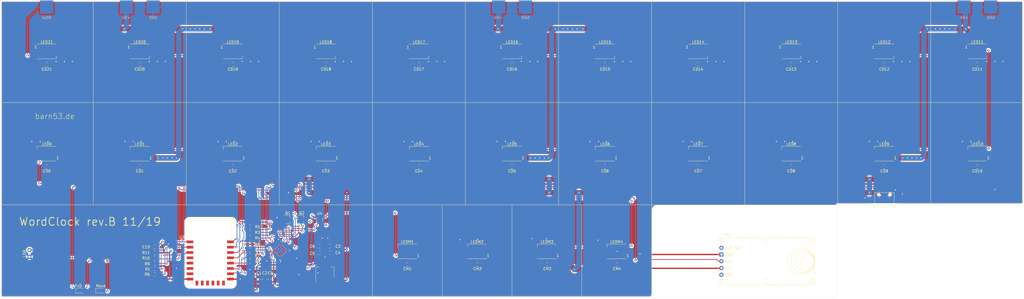
<source format=kicad_pcb>
(kicad_pcb (version 20171130) (host pcbnew "(5.1.4-0-10_14)")
  (title_block (title "WordClock ") (date 2019-10-28) (rev B))
  (layers (0 F.Cu signal) (31 B.Cu signal) (34 B.Paste user) (35 F.Paste user) (36 B.SilkS user) (37 F.SilkS user) (38 B.Mask user) (39 F.Mask user hide) (44 Edge.Cuts user))
  (net 0 "")
  (net 1 "Net-(U1-Pad1)")
  (net 2 "Net-(U1-Pad2)")
  (net 3 "Net-(U1-Pad10)")
  (net 4 "Net-(U1-Pad11)")
  (net 5 "Net-(U1-Pad12)")
  (net 6 "Net-(U1-Pad13)")
  (net 7 "Net-(U1-Pad14)")
  (net 8 "Net-(U1-Pad15)")
  (net 9 "Net-(U1-Pad16)")
  (net 10 "Net-(U1-Pad17)")
  (net 11 "Net-(U1-Pad18)")
  (net 12 "Net-(U1-Pad19)")
  (net 13 "Net-(U1-Pad20)")
  (net 14 "Net-(U1-Pad21)")
  (net 15 "Net-(U1-Pad22)")
  (net 16 "Net-(U1-Pad27)")
  (net 17 "Net-(U1-Pad23)")
  (net 18 "Net-(U3-Pad14)")
  (net 19 "Net-(U3-Pad13)")
  (net 20 "Net-(U3-Pad12)")
  (net 21 "Net-(U3-Pad11)")
  (net 22 "Net-(U3-Pad10)")
  (net 23 "Net-(U3-Pad9)")
  (net 24 "Net-(U3-Pad7)")
  (net 25 "Net-(U3-Pad6)")
  (net 26 "Net-(U3-Pad5)")
  (net 27 "Net-(U3-Pad4)")
  (net 28 "Net-(J1-Pad4)")
  (net 29 GND)
  (net 30 VBUS)
  (net 31 +3V3)
  (net 32 D+)
  (net 33 D-)
  (net 34 "Net-(M1-Pad5)")
  (net 35 "Net-(M1-Pad1)")
  (net 36 VDD)
  (net 37 Reset)
  (net 38 "Net-(J2-Pad1)")
  (net 39 Move)
  (net 40 RTS)
  (net 41 GPIO0)
  (net 42 DTR)
  (net 43 "Net-(R2-Pad1)")
  (net 44 "Net-(R6-Pad2)")
  (net 45 "Net-(R7-Pad1)")
  (net 46 RxD)
  (net 47 TxD)
  (net 48 DOUT)
  (net 49 "Net-(LED0-Pad2)")
  (net 50 "Net-(LED0-Pad4)")
  (net 51 "Net-(LED1-Pad2)")
  (net 52 "Net-(LED2-Pad2)")
  (net 53 "Net-(LED3-Pad2)")
  (net 54 "Net-(LED4-Pad2)")
  (net 55 "Net-(LED5-Pad2)")
  (net 56 "Net-(LED6-Pad2)")
  (net 57 "Net-(LED7-Pad2)")
  (net 58 "Net-(LED8-Pad2)")
  (net 59 "Net-(LED10-Pad4)")
  (net 60 "Net-(LED10-Pad2)")
  (net 61 "Net-(LED11-Pad2)")
  (net 62 "Net-(LED12-Pad2)")
  (net 63 "Net-(LED13-Pad2)")
  (net 64 "Net-(LED14-Pad2)")
  (net 65 "Net-(LED15-Pad2)")
  (net 66 "Net-(LED16-Pad2)")
  (net 67 "Net-(LED17-Pad2)")
  (net 68 "Net-(LED18-Pad2)")
  (net 69 "Net-(LED19-Pad2)")
  (net 70 "Net-(LED20-Pad2)")
  (net 71 "Net-(LEDM1-Pad2)")
  (net 72 "Net-(LEDM2-Pad2)")
  (net 73 "Net-(LEDM3-Pad2)")
  (net 74 "Net-(D1-Pad2)")
  (net 75 "Net-(D2-Pad2)")
  (net 76 "Net-(R8-Pad2)")
  (net 77 DIn)
  (net 78 GPIO5)
  (net 79 "Net-(Q1-Pad1)")
  (net 80 "Net-(Q2-Pad1)")
  (module Resistor_SMD:R_0805_2012Metric (layer F.Cu) (at 111.55 104.25)
    (fp_text reference R12 (at 3.2 0.05) (layer F.SilkS))
    (fp_text value 10k)
    (pad 2 smd roundrect (at 0.9375 0) (size 0.975 1.4) (layers F.Cu F.Paste F.Mask) (net 29 GND))
    (pad 1 smd roundrect (at -0.9375 0) (size 0.975 1.4) (layers F.Cu F.Paste F.Mask) (net 78 GPIO5))
  )
  (module Package_TO_SOT_SMD:SOT-23 (layer F.Cu) (at 130.911 101.55)
    (fp_text reference Q2 (at 0 -2.5) (layer F.SilkS))
    (fp_text value S8050_J3Y)
    (pad 3 smd rect (at 1 0) (size 0.9 0.8) (layers F.Cu F.Paste F.Mask) (net 41 GPIO0))
    (pad 2 smd rect (at -1 0.95) (size 0.9 0.8) (layers F.Cu F.Paste F.Mask) (net 42 DTR))
    (pad 1 smd rect (at -1 -0.95) (size 0.9 0.8) (layers F.Cu F.Paste F.Mask) (net 80 "Net-(Q2-Pad1)"))
  )
  (module Package_TO_SOT_SMD:SOT-23 (layer F.Cu) (at 125.704 101.55)
    (fp_text reference Q1 (at 0 -2.5) (layer F.SilkS))
    (fp_text value S8050_J3Y)
    (pad 3 smd rect (at 1 0) (size 0.9 0.8) (layers F.Cu F.Paste F.Mask) (net 37 Reset))
    (pad 2 smd rect (at -1 0.95) (size 0.9 0.8) (layers F.Cu F.Paste F.Mask) (net 40 RTS))
    (pad 1 smd rect (at -1 -0.95) (size 0.9 0.8) (layers F.Cu F.Paste F.Mask) (net 79 "Net-(Q1-Pad1)"))
  )
  (module Package_TO_SOT_SMD:SOT-353_SC-70-5 (layer F.Cu) (at 137.642 101.55 90)
    (fp_text reference U4 (at 2.286 0 180) (layer F.SilkS))
    (fp_text value 74AHC1G08)
    (pad 5 smd rect (at 0.95 -0.65 90) (size 0.65 0.4) (layers F.Cu F.Paste F.Mask) (net 31 +3V3))
    (pad 4 smd rect (at 0.95 0.65 90) (size 0.65 0.4) (layers F.Cu F.Paste F.Mask) (net 77 DIn))
    (pad 2 smd rect (at -0.95 0 90) (size 0.65 0.4) (layers F.Cu F.Paste F.Mask) (net 78 GPIO5))
    (pad 3 smd rect (at -0.95 0.65 90) (size 0.65 0.4) (layers F.Cu F.Paste F.Mask) (net 29 GND))
    (pad 1 smd rect (at -0.95 -0.65 90) (size 0.65 0.4) (layers F.Cu F.Paste F.Mask) (net 47 TxD))
  )
  (module Package_DFN_QFN:QFN-28-1EP_5x5mm_P0.5mm_EP3.35x3.35mm_ThermalVias (layer F.Cu) (at 122.91 113.179107 315)
    (fp_text reference U1 hide)
    (fp_text value CP2102-GMR_NRND)
    (pad 28 smd roundrect (at -1.5 -2.45 315) (size 0.25 0.8) (layers F.Cu F.Paste F.Mask) (net 42 DTR))
    (pad 27 smd roundrect (at -1 -2.45 315) (size 0.25 0.8) (layers F.Cu F.Paste F.Mask) (net 16 "Net-(U1-Pad27)"))
    (pad 26 smd roundrect (at -0.5 -2.45 315) (size 0.25 0.8) (layers F.Cu F.Paste F.Mask) (net 47 TxD))
    (pad 25 smd roundrect (at 0 -2.45 315) (size 0.25 0.8) (layers F.Cu F.Paste F.Mask) (net 46 RxD))
    (pad 24 smd roundrect (at 0.5 -2.45 315) (size 0.25 0.8) (layers F.Cu F.Paste F.Mask) (net 40 RTS))
    (pad 23 smd roundrect (at 1 -2.45 315) (size 0.25 0.8) (layers F.Cu F.Paste F.Mask) (net 17 "Net-(U1-Pad23)"))
    (pad 22 smd roundrect (at 1.5 -2.45 315) (size 0.25 0.8) (layers F.Cu F.Paste F.Mask) (net 15 "Net-(U1-Pad22)"))
    (pad 21 smd roundrect (at 2.45 -1.5 315) (size 0.8 0.25) (layers F.Cu F.Paste F.Mask) (net 14 "Net-(U1-Pad21)"))
    (pad 20 smd roundrect (at 2.45 -1 315) (size 0.8 0.25) (layers F.Cu F.Paste F.Mask) (net 13 "Net-(U1-Pad20)"))
    (pad 19 smd roundrect (at 2.45 -0.5 315) (size 0.8 0.25) (layers F.Cu F.Paste F.Mask) (net 12 "Net-(U1-Pad19)"))
    (pad 18 smd roundrect (at 2.45 0 315) (size 0.8 0.25) (layers F.Cu F.Paste F.Mask) (net 11 "Net-(U1-Pad18)"))
    (pad 17 smd roundrect (at 2.45 0.5 315) (size 0.8 0.25) (layers F.Cu F.Paste F.Mask) (net 10 "Net-(U1-Pad17)"))
    (pad 16 smd roundrect (at 2.45 1 315) (size 0.8 0.25) (layers F.Cu F.Paste F.Mask) (net 9 "Net-(U1-Pad16)"))
    (pad 15 smd roundrect (at 2.45 1.5 315) (size 0.8 0.25) (layers F.Cu F.Paste F.Mask) (net 8 "Net-(U1-Pad15)"))
    (pad 14 smd roundrect (at 1.5 2.45 315) (size 0.25 0.8) (layers F.Cu F.Paste F.Mask) (net 7 "Net-(U1-Pad14)"))
    (pad 13 smd roundrect (at 1 2.45 315) (size 0.25 0.8) (layers F.Cu F.Paste F.Mask) (net 6 "Net-(U1-Pad13)"))
    (pad 12 smd roundrect (at 0.5 2.45 315) (size 0.25 0.8) (layers F.Cu F.Paste F.Mask) (net 5 "Net-(U1-Pad12)"))
    (pad 11 smd roundrect (at 0 2.45 315) (size 0.25 0.8) (layers F.Cu F.Paste F.Mask) (net 4 "Net-(U1-Pad11)"))
    (pad 10 smd roundrect (at -0.5 2.45 315) (size 0.25 0.8) (layers F.Cu F.Paste F.Mask) (net 3 "Net-(U1-Pad10)"))
    (pad 9 smd roundrect (at -1 2.45 315) (size 0.25 0.8) (layers F.Cu F.Paste F.Mask) (net 43 "Net-(R2-Pad1)"))
    (pad 8 smd roundrect (at -1.5 2.45 315) (size 0.25 0.8) (layers F.Cu F.Paste F.Mask) (net 30 VBUS))
    (pad 7 smd roundrect (at -2.45 1.5 315) (size 0.8 0.25) (layers F.Cu F.Paste F.Mask) (net 30 VBUS))
    (pad 6 smd roundrect (at -2.45 1 315) (size 0.8 0.25) (layers F.Cu F.Paste F.Mask) (net 36 VDD))
    (pad 5 smd roundrect (at -2.45 0.5 315) (size 0.8 0.25) (layers F.Cu F.Paste F.Mask) (net 33 D-))
    (pad 4 smd roundrect (at -2.45 0 315) (size 0.8 0.25) (layers F.Cu F.Paste F.Mask) (net 32 D+))
    (pad 3 smd roundrect (at -2.45 -0.5 315) (size 0.8 0.25) (layers F.Cu F.Paste F.Mask) (net 29 GND))
    (pad 2 smd roundrect (at -2.45 -1 315) (size 0.8 0.25) (layers F.Cu F.Paste F.Mask) (net 2 "Net-(U1-Pad2)"))
    (pad 1 smd roundrect (at -2.45 -1.5 315) (size 0.8 0.25) (layers F.Cu F.Paste F.Mask) (net 1 "Net-(U1-Pad1)"))
    (pad 29 smd roundrect (at 0 0 315) (size 2.5 2.5) (layers B.Cu) (roundrect_rratio 0.1) (net 29 GND))
    (pad 29 thru_hole circle (at 1 1 315) (size 0.5 0.5) (drill 0.2) (layers *.Cu) (net 29 GND))
    (pad 29 thru_hole circle (at 0 1 315) (size 0.5 0.5) (drill 0.2) (layers *.Cu) (net 29 GND))
    (pad 29 thru_hole circle (at -1 1 315) (size 0.5 0.5) (drill 0.2) (layers *.Cu) (net 29 GND))
    (pad 29 thru_hole circle (at 1 0 315) (size 0.5 0.5) (drill 0.2) (layers *.Cu) (net 29 GND))
    (pad 29 thru_hole circle (at 0 0 315) (size 0.5 0.5) (drill 0.2) (layers *.Cu) (net 29 GND))
    (pad 29 thru_hole circle (at -1 0 315) (size 0.5 0.5) (drill 0.2) (layers *.Cu) (net 29 GND))
    (pad 29 thru_hole circle (at 1 -1 315) (size 0.5 0.5) (drill 0.2) (layers *.Cu) (net 29 GND))
    (pad 29 thru_hole circle (at 0 -1 315) (size 0.5 0.5) (drill 0.2) (layers *.Cu) (net 29 GND))
    (pad 29 thru_hole circle (at -1 -1 315) (size 0.5 0.5) (drill 0.2) (layers *.Cu) (net 29 GND))
    (pad 29 smd roundrect (at 0 0 315) (size 3.35 3.35) (layers F.Cu F.Mask) (roundrect_rratio 0.074627) (net 29 GND))
  )
  (module barn53-kicad:ThroughHolePin1x2 (layer F.Cu) (at 28.525 114.25 270)
    (fp_text reference J2 hide)
    (fp_text value LDR (at 0 1.905 90) (layer F.SilkS))
    (pad 2 thru_hole circle (at 1.27 0 270) (size 1.524 1.524) (drill 0.762) (layers *.Cu *.Mask) (net 29 GND))
    (pad 1 thru_hole circle (at -1.27 0 270) (size 1.524 1.524) (drill 0.762) (layers *.Cu *.Mask) (net 38 "Net-(J2-Pad1)"))
  )
  (module Resistor_SMD:R_0805_2012Metric (layer F.Cu) (at 75.666 113.996 180)
    (fp_text reference R11 (at 3.302 0) (layer F.SilkS))
    (fp_text value 220)
    (pad 2 smd roundrect (at 0.9375 0 180) (size 0.975 1.4) (layers F.Cu F.Paste F.Mask) (net 75 "Net-(D2-Pad2)"))
    (pad 1 smd roundrect (at -0.9375 0 180) (size 0.975 1.4) (layers F.Cu F.Paste F.Mask) (net 31 +3V3))
  )
  (module Resistor_SMD:R_0805_2012Metric (layer F.Cu) (at 75.666 116.028 180)
    (fp_text reference R10 (at 3.302 0) (layer F.SilkS))
    (fp_text value 220)
    (pad 2 smd roundrect (at 0.9375 0 180) (size 0.975 1.4) (layers F.Cu F.Paste F.Mask) (net 74 "Net-(D1-Pad2)"))
    (pad 1 smd roundrect (at -0.9375 0 180) (size 0.975 1.4) (layers F.Cu F.Paste F.Mask) (net 39 Move))
  )
  (module LED_SMD:LED_0805_2012Metric_Castellated (layer F.Cu) (at 47.726 128.22)
    (fp_text reference D2 hide)
    (fp_text value TxD (at -0.762 -1.778) (layer F.SilkS))
    (pad 2 smd roundrect (at 0.9625 0) (size 1.325 1.3) (layers F.Cu F.Paste F.Mask) (roundrect_rratio 0.192308) (net 75 "Net-(D2-Pad2)"))
    (pad 1 smd roundrect (at -0.9625 0) (size 1.325 1.3) (layers F.Cu F.Paste F.Mask) (roundrect_rratio 0.192308) (net 47 TxD))
  )
  (module LED_SMD:LED_0805_2012Metric_Castellated (layer F.Cu) (at 55.346 128.22)
    (fp_text reference D1 hide)
    (fp_text value Move (at 0 -1.778) (layer F.SilkS))
    (pad 2 smd roundrect (at 0.9625 0) (size 1.325 1.3) (layers F.Cu F.Paste F.Mask) (roundrect_rratio 0.192308) (net 74 "Net-(D1-Pad2)"))
    (pad 1 smd roundrect (at -0.9625 0) (size 1.325 1.3) (layers F.Cu F.Paste F.Mask) (roundrect_rratio 0.192308) (net 29 GND))
  )
  (module Capacitor_SMD:C_0805_2012Metric (layer F.Cu) (at 137.725 111.5)
    (fp_text reference C6 (at -2.8 0.0925) (layer F.SilkS))
    (fp_text value 10u)
    (pad 2 smd roundrect (at 0.9375 0) (size 0.975 1.4) (layers F.Cu F.Paste F.Mask) (net 29 GND))
    (pad 1 smd roundrect (at -0.9375 0) (size 0.975 1.4) (layers F.Cu F.Paste F.Mask) (net 31 +3V3))
  )
  (module Capacitor_SMD:C_0805_2012Metric (layer F.Cu) (at 141.575 111.5 180)
    (fp_text reference C3 (at -2.975 -0.0925) (layer F.SilkS))
    (fp_text value 10u)
    (pad 2 smd roundrect (at 0.9375 0 180) (size 0.975 1.4) (layers F.Cu F.Paste F.Mask) (net 29 GND))
    (pad 1 smd roundrect (at -0.9375 0 180) (size 0.975 1.4) (layers F.Cu F.Paste F.Mask) (net 30 VBUS))
  )
  (module barn53-kicad:ESP-12E (layer F.Cu) (at 96.5 113.4)
    (fp_text reference U3 (at -10.56 -5.26) (layer F.SilkS))
    (fp_text value ESP-12E)
    (pad 1 smd rect (at -7.6 -3.5) (size 2.5 1) (layers F.Cu F.Paste F.Mask) (net 37 Reset))
    (pad 2 smd rect (at -7.6 -1.5) (size 2.5 1) (layers F.Cu F.Paste F.Mask) (net 38 "Net-(J2-Pad1)"))
    (pad 3 smd rect (at -7.6 0.5) (size 2.5 1) (layers F.Cu F.Paste F.Mask) (net 44 "Net-(R6-Pad2)"))
    (pad 4 smd rect (at -7.6 2.5) (size 2.5 1) (layers F.Cu F.Paste F.Mask) (net 27 "Net-(U3-Pad4)"))
    (pad 5 smd rect (at -7.6 4.5) (size 2.5 1) (layers F.Cu F.Paste F.Mask) (net 26 "Net-(U3-Pad5)"))
    (pad 6 smd rect (at -7.6 6.5) (size 2.5 1) (layers F.Cu F.Paste F.Mask) (net 25 "Net-(U3-Pad6)"))
    (pad 7 smd rect (at -7.6 8.5) (size 2.5 1) (layers F.Cu F.Paste F.Mask) (net 24 "Net-(U3-Pad7)"))
    (pad 8 smd rect (at -7.6 10.5) (size 2.5 1) (layers F.Cu F.Paste F.Mask) (net 31 +3V3))
    (pad 9 smd rect (at -5 12) (size 1 1.8) (layers F.Cu F.Paste F.Mask) (net 23 "Net-(U3-Pad9)"))
    (pad 10 smd rect (at -3 12) (size 1 1.8) (layers F.Cu F.Paste F.Mask) (net 22 "Net-(U3-Pad10)"))
    (pad 11 smd rect (at -1 12) (size 1 1.8) (layers F.Cu F.Paste F.Mask) (net 21 "Net-(U3-Pad11)"))
    (pad 12 smd rect (at 1 12) (size 1 1.8) (layers F.Cu F.Paste F.Mask) (net 20 "Net-(U3-Pad12)"))
    (pad 13 smd rect (at 3 12) (size 1 1.8) (layers F.Cu F.Paste F.Mask) (net 19 "Net-(U3-Pad13)"))
    (pad 14 smd rect (at 5 12) (size 1 1.8) (layers F.Cu F.Paste F.Mask) (net 18 "Net-(U3-Pad14)"))
    (pad 15 smd rect (at 7.6 10.5) (size 2.5 1) (layers F.Cu F.Paste F.Mask) (net 29 GND))
    (pad 16 smd rect (at 7.6 8.5) (size 2.5 1) (layers F.Cu F.Paste F.Mask) (net 45 "Net-(R7-Pad1)"))
    (pad 17 smd rect (at 7.6 6.5) (size 2.5 1) (layers F.Cu F.Paste F.Mask) (net 76 "Net-(R8-Pad2)"))
    (pad 18 smd rect (at 7.6 4.5) (size 2.5 1) (layers F.Cu F.Paste F.Mask) (net 41 GPIO0))
    (pad 19 smd rect (at 7.6 2.5) (size 2.5 1) (layers F.Cu F.Paste F.Mask) (net 39 Move))
    (pad 20 smd rect (at 7.6 0.5) (size 2.5 1) (layers F.Cu F.Paste F.Mask) (net 78 GPIO5))
    (pad 21 smd rect (at 7.6 -1.5) (size 2.5 1) (layers F.Cu F.Paste F.Mask) (net 47 TxD))
    (pad 22 smd rect (at 7.6 -3.5) (size 2.5 1) (layers F.Cu F.Paste F.Mask) (net 46 RxD))
  )
  (module barn53-kicad:MicrowaveRadarSensorRCWL-0516 (layer F.Cu) (at 288.75 112.1)
    (fp_text reference M1 (at 2.45 -4.775) (layer F.SilkS))
    (fp_text value MicrowaveRadarSensorRCWL-0516)
    (fp_text user CDS (at 2.8 10.1) (layer F.SilkS))
    (fp_text user VIn (at 2.55 7.6) (layer F.SilkS))
    (fp_text user Out (at 2.6 5.1) (layer F.SilkS))
    (fp_text user GND (at 2.8 2.6) (layer F.SilkS))
    (fp_text user "3V3 Out" (at 4.3 0.1) (layer F.SilkS))
    (pad 5 thru_hole circle (at 0 10.18) (size 1.524 1.524) (drill 0.762) (layers *.Cu *.Mask) (net 34 "Net-(M1-Pad5)"))
    (pad 4 thru_hole circle (at 0 7.64) (size 1.524 1.524) (drill 0.762) (layers *.Cu *.Mask) (net 30 VBUS))
    (pad 3 thru_hole circle (at 0 5.1) (size 1.524 1.524) (drill 0.762) (layers *.Cu *.Mask) (net 39 Move))
    (pad 2 thru_hole rect (at 0 2.56) (size 1.524 1.524) (drill 0.762) (layers *.Cu *.Mask) (net 29 GND))
    (pad 1 thru_hole circle (at 0 0.02) (size 1.524 1.524) (drill 0.762) (layers *.Cu *.Mask) (net 35 "Net-(M1-Pad1)"))
  )
  (module barn53-kicad:PCBSolderConnector (layer B.Cu) (at 390 21.625)
    (fp_text reference J10 hide)
    (fp_text value GND (at 0.075 3.92) (layer B.SilkS) (effects (justify mirror)))
    (pad 1 smd rect (at 0 0) (size 5 5) (layers B.Cu B.Paste B.Mask) (net 29 GND))
  )
  (module barn53-kicad:PCBSolderConnector (layer B.Cu) (at 215 21.625)
    (fp_text reference J9 hide)
    (fp_text value GND (at 0.075 3.92) (layer B.SilkS) (effects (justify mirror)))
    (pad 1 smd rect (at 0 0) (size 5 5) (layers B.Cu B.Paste B.Mask) (net 29 GND))
  )
  (module barn53-kicad:PCBSolderConnector (layer B.Cu) (at 75 21.625)
    (fp_text reference J8 hide)
    (fp_text value GND (at 0.075 3.92) (layer B.SilkS) (effects (justify mirror)))
    (pad 1 smd rect (at 0 0) (size 5 5) (layers B.Cu B.Paste B.Mask) (net 29 GND))
  )
  (module barn53-kicad:PCBSolderConnector (layer B.Cu) (at 380 21.625)
    (fp_text reference J7 hide)
    (fp_text value +5V (at 0.1 3.92) (layer B.SilkS) (effects (justify mirror)))
    (pad 1 smd rect (at 0 0) (size 5 5) (layers B.Cu B.Paste B.Mask) (net 30 VBUS))
  )
  (module barn53-kicad:PCBSolderConnector (layer B.Cu) (at 205 21.625)
    (fp_text reference J6 hide)
    (fp_text value +5V (at -0.075 3.92) (layer B.SilkS) (effects (justify mirror)))
    (pad 1 smd rect (at 0 0) (size 5 5) (layers B.Cu B.Paste B.Mask) (net 30 VBUS))
  )
  (module barn53-kicad:PCBSolderConnector (layer B.Cu) (at 65 21.625)
    (fp_text reference J5 hide)
    (fp_text value +5V (at -0.075 3.92) (layer B.SilkS) (effects (justify mirror)))
    (pad 1 smd rect (at 0 0) (size 5 5) (layers B.Cu B.Paste B.Mask) (net 30 VBUS))
  )
  (module barn53-kicad:PCBSolderConnector (layer B.Cu) (at 35 21.625)
    (fp_text reference J4 hide)
    (fp_text value DOut (at 0 3.92) (layer B.SilkS) (effects (justify mirror)))
    (pad 1 smd rect (at 0 0) (size 5 5) (layers B.Cu B.Paste B.Mask) (net 48 DOUT))
  )
  (module barn53-kicad:MicroUSB_1 (layer F.Cu) (at 350.056 91.534)
    (fp_text reference J1 hide)
    (fp_text value USB_B_Micro)
    (pad 6 smd rect (at 1.2 2.65) (size 1.9 1.9) (layers F.Cu F.Paste F.Mask) (net 29 GND))
    (pad 6 smd rect (at -1.2 2.65) (size 1.9 1.9) (layers F.Cu F.Paste F.Mask) (net 29 GND))
    (pad "" np_thru_hole circle (at -2 0.5) (size 0.6 0.6) (drill 0.6) (layers *.Cu *.Mask))
    (pad "" np_thru_hole circle (at 2 0.5) (size 0.6 0.6) (drill 0.6) (layers *.Cu *.Mask))
    (pad 6 smd rect (at -3.95 2.65) (size 1.9 1.9) (layers F.Cu F.Paste F.Mask) (net 29 GND))
    (pad 6 smd rect (at 3.95 2.65) (size 1.9 1.9) (layers F.Cu F.Paste F.Mask) (net 29 GND))
    (pad 5 smd rect (at 1.3 0) (size 0.4 1.35) (layers F.Cu F.Paste F.Mask) (net 29 GND))
    (pad 4 smd rect (at 0.65 0) (size 0.4 1.35) (layers F.Cu F.Paste F.Mask) (net 28 "Net-(J1-Pad4)"))
    (pad 3 smd rect (at 0 0) (size 0.4 1.35) (layers F.Cu F.Paste F.Mask) (net 32 D+))
    (pad 2 smd rect (at -0.65 0) (size 0.4 1.35) (layers F.Cu F.Paste F.Mask) (net 33 D-))
    (pad 1 smd rect (at -1.3 0) (size 0.4 1.35) (layers F.Cu F.Paste F.Mask) (net 30 VBUS))
  )
  (module LED_SMD:LED_WS2812B_PLCC4_5.0x5.0mm_P3.2mm (layer F.Cu) (at 249.375 113.5 180)
    (fp_text reference LEDM4 (at 0 3.625) (layer F.SilkS))
    (fp_text value WS2812B)
    (fp_text user 1 (at -4.15 -1.6) (layer F.SilkS))
    (pad 1 smd rect (at -2.45 -1.6 180) (size 1.5 1) (layers F.Cu F.Paste F.Mask) (net 30 VBUS))
    (pad 2 smd rect (at -2.45 1.6 180) (size 1.5 1) (layers F.Cu F.Paste F.Mask) (net 50 "Net-(LED0-Pad4)"))
    (pad 4 smd rect (at 2.45 -1.6 180) (size 1.5 1) (layers F.Cu F.Paste F.Mask) (net 73 "Net-(LEDM3-Pad2)"))
    (pad 3 smd rect (at 2.45 1.6 180) (size 1.5 1) (layers F.Cu F.Paste F.Mask) (net 29 GND))
  )
  (module LED_SMD:LED_WS2812B_PLCC4_5.0x5.0mm_P3.2mm (layer F.Cu) (at 223.125 113.5 180)
    (fp_text reference LEDM3 (at 0 3.625) (layer F.SilkS))
    (fp_text value WS2812B)
    (fp_text user 1 (at -4.15 -1.6) (layer F.SilkS))
    (pad 1 smd rect (at -2.45 -1.6 180) (size 1.5 1) (layers F.Cu F.Paste F.Mask) (net 30 VBUS))
    (pad 2 smd rect (at -2.45 1.6 180) (size 1.5 1) (layers F.Cu F.Paste F.Mask) (net 73 "Net-(LEDM3-Pad2)"))
    (pad 4 smd rect (at 2.45 -1.6 180) (size 1.5 1) (layers F.Cu F.Paste F.Mask) (net 72 "Net-(LEDM2-Pad2)"))
    (pad 3 smd rect (at 2.45 1.6 180) (size 1.5 1) (layers F.Cu F.Paste F.Mask) (net 29 GND))
  )
  (module LED_SMD:LED_WS2812B_PLCC4_5.0x5.0mm_P3.2mm (layer F.Cu) (at 196.875 113.5 180)
    (fp_text reference LEDM2 (at 0 3.625) (layer F.SilkS))
    (fp_text value WS2812B)
    (fp_text user 1 (at -4.15 -1.6) (layer F.SilkS))
    (pad 1 smd rect (at -2.45 -1.6 180) (size 1.5 1) (layers F.Cu F.Paste F.Mask) (net 30 VBUS))
    (pad 2 smd rect (at -2.45 1.6 180) (size 1.5 1) (layers F.Cu F.Paste F.Mask) (net 72 "Net-(LEDM2-Pad2)"))
    (pad 4 smd rect (at 2.45 -1.6 180) (size 1.5 1) (layers F.Cu F.Paste F.Mask) (net 71 "Net-(LEDM1-Pad2)"))
    (pad 3 smd rect (at 2.45 1.6 180) (size 1.5 1) (layers F.Cu F.Paste F.Mask) (net 29 GND))
  )
  (module LED_SMD:LED_WS2812B_PLCC4_5.0x5.0mm_P3.2mm (layer F.Cu) (at 35 38.25)
    (fp_text reference LED21 (at 0 -3.5) (layer F.SilkS))
    (fp_text value WS2812B)
    (fp_text user 1 (at -4.15 -1.6) (layer F.SilkS))
    (pad 1 smd rect (at -2.45 -1.6) (size 1.5 1) (layers F.Cu F.Paste F.Mask) (net 30 VBUS))
    (pad 2 smd rect (at -2.45 1.6) (size 1.5 1) (layers F.Cu F.Paste F.Mask) (net 48 DOUT))
    (pad 4 smd rect (at 2.45 -1.6) (size 1.5 1) (layers F.Cu F.Paste F.Mask) (net 70 "Net-(LED20-Pad2)"))
    (pad 3 smd rect (at 2.45 1.6) (size 1.5 1) (layers F.Cu F.Paste F.Mask) (net 29 GND))
  )
  (module LED_SMD:LED_WS2812B_PLCC4_5.0x5.0mm_P3.2mm (layer F.Cu) (at 70 38.25)
    (fp_text reference LED20 (at 0 -3.5) (layer F.SilkS))
    (fp_text value WS2812B)
    (fp_text user 1 (at -4.15 -1.6) (layer F.SilkS))
    (pad 1 smd rect (at -2.45 -1.6) (size 1.5 1) (layers F.Cu F.Paste F.Mask) (net 30 VBUS))
    (pad 2 smd rect (at -2.45 1.6) (size 1.5 1) (layers F.Cu F.Paste F.Mask) (net 70 "Net-(LED20-Pad2)"))
    (pad 4 smd rect (at 2.45 -1.6) (size 1.5 1) (layers F.Cu F.Paste F.Mask) (net 69 "Net-(LED19-Pad2)"))
    (pad 3 smd rect (at 2.45 1.6) (size 1.5 1) (layers F.Cu F.Paste F.Mask) (net 29 GND))
  )
  (module LED_SMD:LED_WS2812B_PLCC4_5.0x5.0mm_P3.2mm (layer F.Cu) (at 105 38.25)
    (fp_text reference LED19 (at 0 -3.5) (layer F.SilkS))
    (fp_text value WS2812B)
    (fp_text user 1 (at -4.15 -1.6) (layer F.SilkS))
    (pad 1 smd rect (at -2.45 -1.6) (size 1.5 1) (layers F.Cu F.Paste F.Mask) (net 30 VBUS))
    (pad 2 smd rect (at -2.45 1.6) (size 1.5 1) (layers F.Cu F.Paste F.Mask) (net 69 "Net-(LED19-Pad2)"))
    (pad 4 smd rect (at 2.45 -1.6) (size 1.5 1) (layers F.Cu F.Paste F.Mask) (net 68 "Net-(LED18-Pad2)"))
    (pad 3 smd rect (at 2.45 1.6) (size 1.5 1) (layers F.Cu F.Paste F.Mask) (net 29 GND))
  )
  (module LED_SMD:LED_WS2812B_PLCC4_5.0x5.0mm_P3.2mm (layer F.Cu) (at 140 38.25)
    (fp_text reference LED18 (at 0 -3.5) (layer F.SilkS))
    (fp_text value WS2812B)
    (fp_text user 1 (at -4.15 -1.6) (layer F.SilkS))
    (pad 1 smd rect (at -2.45 -1.6) (size 1.5 1) (layers F.Cu F.Paste F.Mask) (net 30 VBUS))
    (pad 2 smd rect (at -2.45 1.6) (size 1.5 1) (layers F.Cu F.Paste F.Mask) (net 68 "Net-(LED18-Pad2)"))
    (pad 4 smd rect (at 2.45 -1.6) (size 1.5 1) (layers F.Cu F.Paste F.Mask) (net 67 "Net-(LED17-Pad2)"))
    (pad 3 smd rect (at 2.45 1.6) (size 1.5 1) (layers F.Cu F.Paste F.Mask) (net 29 GND))
  )
  (module LED_SMD:LED_WS2812B_PLCC4_5.0x5.0mm_P3.2mm (layer F.Cu) (at 175 38.25)
    (fp_text reference LED17 (at 0 -3.5) (layer F.SilkS))
    (fp_text value WS2812B)
    (fp_text user 1 (at -4.15 -1.6) (layer F.SilkS))
    (pad 1 smd rect (at -2.45 -1.6) (size 1.5 1) (layers F.Cu F.Paste F.Mask) (net 30 VBUS))
    (pad 2 smd rect (at -2.45 1.6) (size 1.5 1) (layers F.Cu F.Paste F.Mask) (net 67 "Net-(LED17-Pad2)"))
    (pad 4 smd rect (at 2.45 -1.6) (size 1.5 1) (layers F.Cu F.Paste F.Mask) (net 66 "Net-(LED16-Pad2)"))
    (pad 3 smd rect (at 2.45 1.6) (size 1.5 1) (layers F.Cu F.Paste F.Mask) (net 29 GND))
  )
  (module LED_SMD:LED_WS2812B_PLCC4_5.0x5.0mm_P3.2mm (layer F.Cu) (at 210 38.25)
    (fp_text reference LED16 (at 0 -3.5) (layer F.SilkS))
    (fp_text value WS2812B)
    (fp_text user 1 (at -4.15 -1.6) (layer F.SilkS))
    (pad 1 smd rect (at -2.45 -1.6) (size 1.5 1) (layers F.Cu F.Paste F.Mask) (net 30 VBUS))
    (pad 2 smd rect (at -2.45 1.6) (size 1.5 1) (layers F.Cu F.Paste F.Mask) (net 66 "Net-(LED16-Pad2)"))
    (pad 4 smd rect (at 2.45 -1.6) (size 1.5 1) (layers F.Cu F.Paste F.Mask) (net 65 "Net-(LED15-Pad2)"))
    (pad 3 smd rect (at 2.45 1.6) (size 1.5 1) (layers F.Cu F.Paste F.Mask) (net 29 GND))
  )
  (module LED_SMD:LED_WS2812B_PLCC4_5.0x5.0mm_P3.2mm (layer F.Cu) (at 245 38.25)
    (fp_text reference LED15 (at 0 -3.5) (layer F.SilkS))
    (fp_text value WS2812B)
    (fp_text user 1 (at -4.15 -1.6) (layer F.SilkS))
    (pad 1 smd rect (at -2.45 -1.6) (size 1.5 1) (layers F.Cu F.Paste F.Mask) (net 30 VBUS))
    (pad 2 smd rect (at -2.45 1.6) (size 1.5 1) (layers F.Cu F.Paste F.Mask) (net 65 "Net-(LED15-Pad2)"))
    (pad 4 smd rect (at 2.45 -1.6) (size 1.5 1) (layers F.Cu F.Paste F.Mask) (net 64 "Net-(LED14-Pad2)"))
    (pad 3 smd rect (at 2.45 1.6) (size 1.5 1) (layers F.Cu F.Paste F.Mask) (net 29 GND))
  )
  (module LED_SMD:LED_WS2812B_PLCC4_5.0x5.0mm_P3.2mm (layer F.Cu) (at 280 38.25)
    (fp_text reference LED14 (at 0 -3.5) (layer F.SilkS))
    (fp_text value WS2812B)
    (fp_text user 1 (at -4.15 -1.6) (layer F.SilkS))
    (pad 1 smd rect (at -2.45 -1.6) (size 1.5 1) (layers F.Cu F.Paste F.Mask) (net 30 VBUS))
    (pad 2 smd rect (at -2.45 1.6) (size 1.5 1) (layers F.Cu F.Paste F.Mask) (net 64 "Net-(LED14-Pad2)"))
    (pad 4 smd rect (at 2.45 -1.6) (size 1.5 1) (layers F.Cu F.Paste F.Mask) (net 63 "Net-(LED13-Pad2)"))
    (pad 3 smd rect (at 2.45 1.6) (size 1.5 1) (layers F.Cu F.Paste F.Mask) (net 29 GND))
  )
  (module LED_SMD:LED_WS2812B_PLCC4_5.0x5.0mm_P3.2mm (layer F.Cu) (at 315 38.25)
    (fp_text reference LED13 (at 0 -3.5) (layer F.SilkS))
    (fp_text value WS2812B)
    (fp_text user 1 (at -4.15 -1.6) (layer F.SilkS))
    (pad 1 smd rect (at -2.45 -1.6) (size 1.5 1) (layers F.Cu F.Paste F.Mask) (net 30 VBUS))
    (pad 2 smd rect (at -2.45 1.6) (size 1.5 1) (layers F.Cu F.Paste F.Mask) (net 63 "Net-(LED13-Pad2)"))
    (pad 4 smd rect (at 2.45 -1.6) (size 1.5 1) (layers F.Cu F.Paste F.Mask) (net 62 "Net-(LED12-Pad2)"))
    (pad 3 smd rect (at 2.45 1.6) (size 1.5 1) (layers F.Cu F.Paste F.Mask) (net 29 GND))
  )
  (module LED_SMD:LED_WS2812B_PLCC4_5.0x5.0mm_P3.2mm (layer F.Cu) (at 350 38.25)
    (fp_text reference LED12 (at 0 -3.5) (layer F.SilkS))
    (fp_text value WS2812B)
    (fp_text user 1 (at -4.15 -1.6) (layer F.SilkS))
    (pad 1 smd rect (at -2.45 -1.6) (size 1.5 1) (layers F.Cu F.Paste F.Mask) (net 30 VBUS))
    (pad 2 smd rect (at -2.45 1.6) (size 1.5 1) (layers F.Cu F.Paste F.Mask) (net 62 "Net-(LED12-Pad2)"))
    (pad 4 smd rect (at 2.45 -1.6) (size 1.5 1) (layers F.Cu F.Paste F.Mask) (net 61 "Net-(LED11-Pad2)"))
    (pad 3 smd rect (at 2.45 1.6) (size 1.5 1) (layers F.Cu F.Paste F.Mask) (net 29 GND))
  )
  (module LED_SMD:LED_WS2812B_PLCC4_5.0x5.0mm_P3.2mm (layer F.Cu) (at 385 38.25)
    (fp_text reference LED11 (at 0 -3.5) (layer F.SilkS))
    (fp_text value WS2812B)
    (fp_text user 1 (at -4.15 -1.6) (layer F.SilkS))
    (pad 1 smd rect (at -2.45 -1.6) (size 1.5 1) (layers F.Cu F.Paste F.Mask) (net 30 VBUS))
    (pad 2 smd rect (at -2.45 1.6) (size 1.5 1) (layers F.Cu F.Paste F.Mask) (net 61 "Net-(LED11-Pad2)"))
    (pad 4 smd rect (at 2.45 -1.6) (size 1.5 1) (layers F.Cu F.Paste F.Mask) (net 60 "Net-(LED10-Pad2)"))
    (pad 3 smd rect (at 2.45 1.6) (size 1.5 1) (layers F.Cu F.Paste F.Mask) (net 29 GND))
  )
  (module LED_SMD:LED_WS2812B_PLCC4_5.0x5.0mm_P3.2mm (layer F.Cu) (at 385 76.75 180)
    (fp_text reference LED10 (at 0 3.625) (layer F.SilkS))
    (fp_text value WS2812B)
    (fp_text user 1 (at -4.15 -1.6) (layer F.SilkS))
    (pad 1 smd rect (at -2.45 -1.6 180) (size 1.5 1) (layers F.Cu F.Paste F.Mask) (net 30 VBUS))
    (pad 2 smd rect (at -2.45 1.6 180) (size 1.5 1) (layers F.Cu F.Paste F.Mask) (net 60 "Net-(LED10-Pad2)"))
    (pad 4 smd rect (at 2.45 -1.6 180) (size 1.5 1) (layers F.Cu F.Paste F.Mask) (net 59 "Net-(LED10-Pad4)"))
    (pad 3 smd rect (at 2.45 1.6 180) (size 1.5 1) (layers F.Cu F.Paste F.Mask) (net 29 GND))
  )
  (module LED_SMD:LED_WS2812B_PLCC4_5.0x5.0mm_P3.2mm (layer F.Cu) (at 350 76.75 180)
    (fp_text reference LED9 (at 0 3.625) (layer F.SilkS))
    (fp_text value WS2812B)
    (fp_text user 1 (at -4.15 -1.6) (layer F.SilkS))
    (pad 1 smd rect (at -2.45 -1.6 180) (size 1.5 1) (layers F.Cu F.Paste F.Mask) (net 30 VBUS))
    (pad 2 smd rect (at -2.45 1.6 180) (size 1.5 1) (layers F.Cu F.Paste F.Mask) (net 59 "Net-(LED10-Pad4)"))
    (pad 4 smd rect (at 2.45 -1.6 180) (size 1.5 1) (layers F.Cu F.Paste F.Mask) (net 58 "Net-(LED8-Pad2)"))
    (pad 3 smd rect (at 2.45 1.6 180) (size 1.5 1) (layers F.Cu F.Paste F.Mask) (net 29 GND))
  )
  (module LED_SMD:LED_WS2812B_PLCC4_5.0x5.0mm_P3.2mm (layer F.Cu) (at 315 76.75 180)
    (fp_text reference LED8 (at 0 3.625) (layer F.SilkS))
    (fp_text value WS2812B)
    (fp_text user 1 (at -4.15 -1.6) (layer F.SilkS))
    (pad 1 smd rect (at -2.45 -1.6 180) (size 1.5 1) (layers F.Cu F.Paste F.Mask) (net 30 VBUS))
    (pad 2 smd rect (at -2.45 1.6 180) (size 1.5 1) (layers F.Cu F.Paste F.Mask) (net 58 "Net-(LED8-Pad2)"))
    (pad 4 smd rect (at 2.45 -1.6 180) (size 1.5 1) (layers F.Cu F.Paste F.Mask) (net 57 "Net-(LED7-Pad2)"))
    (pad 3 smd rect (at 2.45 1.6 180) (size 1.5 1) (layers F.Cu F.Paste F.Mask) (net 29 GND))
  )
  (module LED_SMD:LED_WS2812B_PLCC4_5.0x5.0mm_P3.2mm (layer F.Cu) (at 280 76.75 180)
    (fp_text reference LED7 (at 0 3.6575) (layer F.SilkS))
    (fp_text value WS2812B)
    (fp_text user 1 (at -4.15 -1.6) (layer F.SilkS))
    (pad 1 smd rect (at -2.45 -1.6 180) (size 1.5 1) (layers F.Cu F.Paste F.Mask) (net 30 VBUS))
    (pad 2 smd rect (at -2.45 1.6 180) (size 1.5 1) (layers F.Cu F.Paste F.Mask) (net 57 "Net-(LED7-Pad2)"))
    (pad 4 smd rect (at 2.45 -1.6 180) (size 1.5 1) (layers F.Cu F.Paste F.Mask) (net 56 "Net-(LED6-Pad2)"))
    (pad 3 smd rect (at 2.45 1.6 180) (size 1.5 1) (layers F.Cu F.Paste F.Mask) (net 29 GND))
  )
  (module LED_SMD:LED_WS2812B_PLCC4_5.0x5.0mm_P3.2mm (layer F.Cu) (at 245 76.75 180)
    (fp_text reference LED6 (at 0 3.625) (layer F.SilkS))
    (fp_text value WS2812B)
    (fp_text user 1 (at -4.15 -1.6) (layer F.SilkS))
    (pad 1 smd rect (at -2.45 -1.6 180) (size 1.5 1) (layers F.Cu F.Paste F.Mask) (net 30 VBUS))
    (pad 2 smd rect (at -2.45 1.6 180) (size 1.5 1) (layers F.Cu F.Paste F.Mask) (net 56 "Net-(LED6-Pad2)"))
    (pad 4 smd rect (at 2.45 -1.6 180) (size 1.5 1) (layers F.Cu F.Paste F.Mask) (net 55 "Net-(LED5-Pad2)"))
    (pad 3 smd rect (at 2.45 1.6 180) (size 1.5 1) (layers F.Cu F.Paste F.Mask) (net 29 GND))
  )
  (module LED_SMD:LED_WS2812B_PLCC4_5.0x5.0mm_P3.2mm (layer F.Cu) (at 210 76.75 180)
    (fp_text reference LED5 (at 0 3.625) (layer F.SilkS))
    (fp_text value WS2812B)
    (fp_text user 1 (at -4.15 -1.6) (layer F.SilkS))
    (pad 1 smd rect (at -2.45 -1.6 180) (size 1.5 1) (layers F.Cu F.Paste F.Mask) (net 30 VBUS))
    (pad 2 smd rect (at -2.45 1.6 180) (size 1.5 1) (layers F.Cu F.Paste F.Mask) (net 55 "Net-(LED5-Pad2)"))
    (pad 4 smd rect (at 2.45 -1.6 180) (size 1.5 1) (layers F.Cu F.Paste F.Mask) (net 54 "Net-(LED4-Pad2)"))
    (pad 3 smd rect (at 2.45 1.6 180) (size 1.5 1) (layers F.Cu F.Paste F.Mask) (net 29 GND))
  )
  (module LED_SMD:LED_WS2812B_PLCC4_5.0x5.0mm_P3.2mm (layer F.Cu) (at 175 76.75 180)
    (fp_text reference LED4 (at 0 3.625) (layer F.SilkS))
    (fp_text value WS2812B)
    (fp_text user 1 (at -4.15 -1.6) (layer F.SilkS))
    (pad 1 smd rect (at -2.45 -1.6 180) (size 1.5 1) (layers F.Cu F.Paste F.Mask) (net 30 VBUS))
    (pad 2 smd rect (at -2.45 1.6 180) (size 1.5 1) (layers F.Cu F.Paste F.Mask) (net 54 "Net-(LED4-Pad2)"))
    (pad 4 smd rect (at 2.45 -1.6 180) (size 1.5 1) (layers F.Cu F.Paste F.Mask) (net 53 "Net-(LED3-Pad2)"))
    (pad 3 smd rect (at 2.45 1.6 180) (size 1.5 1) (layers F.Cu F.Paste F.Mask) (net 29 GND))
  )
  (module LED_SMD:LED_WS2812B_PLCC4_5.0x5.0mm_P3.2mm (layer F.Cu) (at 140 76.75 180)
    (fp_text reference LED3 (at 0 3.625) (layer F.SilkS))
    (fp_text value WS2812B)
    (fp_text user 1 (at -4.15 -1.6) (layer F.SilkS))
    (pad 1 smd rect (at -2.45 -1.6 180) (size 1.5 1) (layers F.Cu F.Paste F.Mask) (net 30 VBUS))
    (pad 2 smd rect (at -2.45 1.6 180) (size 1.5 1) (layers F.Cu F.Paste F.Mask) (net 53 "Net-(LED3-Pad2)"))
    (pad 4 smd rect (at 2.45 -1.6 180) (size 1.5 1) (layers F.Cu F.Paste F.Mask) (net 52 "Net-(LED2-Pad2)"))
    (pad 3 smd rect (at 2.45 1.6 180) (size 1.5 1) (layers F.Cu F.Paste F.Mask) (net 29 GND))
  )
  (module LED_SMD:LED_WS2812B_PLCC4_5.0x5.0mm_P3.2mm (layer F.Cu) (at 105 76.75 180)
    (fp_text reference LED2 (at 0 3.625) (layer F.SilkS))
    (fp_text value WS2812B)
    (fp_text user 1 (at -4.15 -1.6) (layer F.SilkS))
    (pad 1 smd rect (at -2.45 -1.6 180) (size 1.5 1) (layers F.Cu F.Paste F.Mask) (net 30 VBUS))
    (pad 2 smd rect (at -2.45 1.6 180) (size 1.5 1) (layers F.Cu F.Paste F.Mask) (net 52 "Net-(LED2-Pad2)"))
    (pad 4 smd rect (at 2.45 -1.6 180) (size 1.5 1) (layers F.Cu F.Paste F.Mask) (net 51 "Net-(LED1-Pad2)"))
    (pad 3 smd rect (at 2.45 1.6 180) (size 1.5 1) (layers F.Cu F.Paste F.Mask) (net 29 GND))
  )
  (module LED_SMD:LED_WS2812B_PLCC4_5.0x5.0mm_P3.2mm (layer F.Cu) (at 70 76.75 180)
    (fp_text reference LED1 (at 0 3.625) (layer F.SilkS))
    (fp_text value WS2812B)
    (fp_text user 1 (at -4.15 -1.6) (layer F.SilkS))
    (pad 1 smd rect (at -2.45 -1.6 180) (size 1.5 1) (layers F.Cu F.Paste F.Mask) (net 30 VBUS))
    (pad 2 smd rect (at -2.45 1.6 180) (size 1.5 1) (layers F.Cu F.Paste F.Mask) (net 51 "Net-(LED1-Pad2)"))
    (pad 4 smd rect (at 2.45 -1.6 180) (size 1.5 1) (layers F.Cu F.Paste F.Mask) (net 49 "Net-(LED0-Pad2)"))
    (pad 3 smd rect (at 2.45 1.6 180) (size 1.5 1) (layers F.Cu F.Paste F.Mask) (net 29 GND))
  )
  (module LED_SMD:LED_WS2812B_PLCC4_5.0x5.0mm_P3.2mm (layer F.Cu) (at 35 76.75 180)
    (fp_text reference LED0 (at 0 3.625) (layer F.SilkS))
    (fp_text value WS2812B)
    (fp_text user 1 (at -4.15 -1.6) (layer F.SilkS))
    (pad 1 smd rect (at -2.45 -1.6 180) (size 1.5 1) (layers F.Cu F.Paste F.Mask) (net 30 VBUS))
    (pad 2 smd rect (at -2.45 1.6 180) (size 1.5 1) (layers F.Cu F.Paste F.Mask) (net 49 "Net-(LED0-Pad2)"))
    (pad 4 smd rect (at 2.45 -1.6 180) (size 1.5 1) (layers F.Cu F.Paste F.Mask) (net 50 "Net-(LED0-Pad4)"))
    (pad 3 smd rect (at 2.45 1.6 180) (size 1.5 1) (layers F.Cu F.Paste F.Mask) (net 29 GND))
  )
  (module Capacitor_SMD:C_0805_2012Metric (layer F.Cu) (at 249.5 118.375 180)
    (fp_text reference CM4 (at 0 -1.65) (layer F.SilkS))
    (fp_text value 100n)
    (pad 2 smd roundrect (at 0.9375 0 180) (size 0.975 1.4) (layers F.Cu F.Paste F.Mask) (net 29 GND))
    (pad 1 smd roundrect (at -0.9375 0 180) (size 0.975 1.4) (layers F.Cu F.Paste F.Mask) (net 30 VBUS))
  )
  (module Capacitor_SMD:C_0805_2012Metric (layer F.Cu) (at 223.25 118.375 180)
    (fp_text reference CM3 (at 0 -1.65) (layer F.SilkS))
    (fp_text value 100n)
    (pad 2 smd roundrect (at 0.9375 0 180) (size 0.975 1.4) (layers F.Cu F.Paste F.Mask) (net 29 GND))
    (pad 1 smd roundrect (at -0.9375 0 180) (size 0.975 1.4) (layers F.Cu F.Paste F.Mask) (net 30 VBUS))
  )
  (module Capacitor_SMD:C_0805_2012Metric (layer F.Cu) (at 197 118.375 180)
    (fp_text reference CM2 (at 0 -1.65) (layer F.SilkS))
    (fp_text value 100n)
    (pad 2 smd roundrect (at 0.9375 0 180) (size 0.975 1.4) (layers F.Cu F.Paste F.Mask) (net 29 GND))
    (pad 1 smd roundrect (at -0.9375 0 180) (size 0.975 1.4) (layers F.Cu F.Paste F.Mask) (net 30 VBUS))
  )
  (module Capacitor_SMD:C_0805_2012Metric (layer F.Cu) (at 35 43.125)
    (fp_text reference CD21 (at 0 1.85) (layer F.SilkS))
    (fp_text value 100n)
    (pad 2 smd roundrect (at 0.9375 0) (size 0.975 1.4) (layers F.Cu F.Paste F.Mask) (net 29 GND))
    (pad 1 smd roundrect (at -0.9375 0) (size 0.975 1.4) (layers F.Cu F.Paste F.Mask) (net 30 VBUS))
  )
  (module Capacitor_SMD:C_0805_2012Metric (layer F.Cu) (at 70 43.125)
    (fp_text reference CD20 (at 0 1.85) (layer F.SilkS))
    (fp_text value 100n)
    (pad 2 smd roundrect (at 0.9375 0) (size 0.975 1.4) (layers F.Cu F.Paste F.Mask) (net 29 GND))
    (pad 1 smd roundrect (at -0.9375 0) (size 0.975 1.4) (layers F.Cu F.Paste F.Mask) (net 30 VBUS))
  )
  (module Capacitor_SMD:C_0805_2012Metric (layer F.Cu) (at 105 43.125)
    (fp_text reference CD19 (at 0 1.85) (layer F.SilkS))
    (fp_text value 100n)
    (pad 2 smd roundrect (at 0.9375 0) (size 0.975 1.4) (layers F.Cu F.Paste F.Mask) (net 29 GND))
    (pad 1 smd roundrect (at -0.9375 0) (size 0.975 1.4) (layers F.Cu F.Paste F.Mask) (net 30 VBUS))
  )
  (module Capacitor_SMD:C_0805_2012Metric (layer F.Cu) (at 140 43.125)
    (fp_text reference CD18 (at 0 1.85) (layer F.SilkS))
    (fp_text value 100n)
    (pad 2 smd roundrect (at 0.9375 0) (size 0.975 1.4) (layers F.Cu F.Paste F.Mask) (net 29 GND))
    (pad 1 smd roundrect (at -0.9375 0) (size 0.975 1.4) (layers F.Cu F.Paste F.Mask) (net 30 VBUS))
  )
  (module Capacitor_SMD:C_0805_2012Metric (layer F.Cu) (at 175 43.125)
    (fp_text reference CD17 (at 0 1.85) (layer F.SilkS))
    (fp_text value 100n)
    (pad 2 smd roundrect (at 0.9375 0) (size 0.975 1.4) (layers F.Cu F.Paste F.Mask) (net 29 GND))
    (pad 1 smd roundrect (at -0.9375 0) (size 0.975 1.4) (layers F.Cu F.Paste F.Mask) (net 30 VBUS))
  )
  (module Capacitor_SMD:C_0805_2012Metric (layer F.Cu) (at 210 43.125)
    (fp_text reference CD16 (at 0 1.85) (layer F.SilkS))
    (fp_text value 100n)
    (pad 2 smd roundrect (at 0.9375 0) (size 0.975 1.4) (layers F.Cu F.Paste F.Mask) (net 29 GND))
    (pad 1 smd roundrect (at -0.9375 0) (size 0.975 1.4) (layers F.Cu F.Paste F.Mask) (net 30 VBUS))
  )
  (module Capacitor_SMD:C_0805_2012Metric (layer F.Cu) (at 245 43.125)
    (fp_text reference CD15 (at 0 1.85) (layer F.SilkS))
    (fp_text value 100n)
    (pad 2 smd roundrect (at 0.9375 0) (size 0.975 1.4) (layers F.Cu F.Paste F.Mask) (net 29 GND))
    (pad 1 smd roundrect (at -0.9375 0) (size 0.975 1.4) (layers F.Cu F.Paste F.Mask) (net 30 VBUS))
  )
  (module Capacitor_SMD:C_0805_2012Metric (layer F.Cu) (at 280 43.125)
    (fp_text reference CD14 (at 0 1.85) (layer F.SilkS))
    (fp_text value 100n)
    (pad 2 smd roundrect (at 0.9375 0) (size 0.975 1.4) (layers F.Cu F.Paste F.Mask) (net 29 GND))
    (pad 1 smd roundrect (at -0.9375 0) (size 0.975 1.4) (layers F.Cu F.Paste F.Mask) (net 30 VBUS))
  )
  (module Capacitor_SMD:C_0805_2012Metric (layer F.Cu) (at 315 43.125)
    (fp_text reference CD13 (at 0 1.85) (layer F.SilkS))
    (fp_text value 100n)
    (pad 2 smd roundrect (at 0.9375 0) (size 0.975 1.4) (layers F.Cu F.Paste F.Mask) (net 29 GND))
    (pad 1 smd roundrect (at -0.9375 0) (size 0.975 1.4) (layers F.Cu F.Paste F.Mask) (net 30 VBUS))
  )
  (module Capacitor_SMD:C_0805_2012Metric (layer F.Cu) (at 350 43.125)
    (fp_text reference CD12 (at 0 1.85) (layer F.SilkS))
    (fp_text value 100n)
    (pad 2 smd roundrect (at 0.9375 0) (size 0.975 1.4) (layers F.Cu F.Paste F.Mask) (net 29 GND))
    (pad 1 smd roundrect (at -0.9375 0) (size 0.975 1.4) (layers F.Cu F.Paste F.Mask) (net 30 VBUS))
  )
  (module Capacitor_SMD:C_0805_2012Metric (layer F.Cu) (at 385 43.125)
    (fp_text reference CD11 (at 0 1.85) (layer F.SilkS))
    (fp_text value 100n)
    (pad 2 smd roundrect (at 0.9375 0) (size 0.975 1.4) (layers F.Cu F.Paste F.Mask) (net 29 GND))
    (pad 1 smd roundrect (at -0.9375 0) (size 0.975 1.4) (layers F.Cu F.Paste F.Mask) (net 30 VBUS))
  )
  (module Capacitor_SMD:C_0805_2012Metric (layer F.Cu) (at 385 81.625 180)
    (fp_text reference CD10 (at 0 -1.65) (layer F.SilkS))
    (fp_text value 100n)
    (pad 2 smd roundrect (at 0.9375 0 180) (size 0.975 1.4) (layers F.Cu F.Paste F.Mask) (net 29 GND))
    (pad 1 smd roundrect (at -0.9375 0 180) (size 0.975 1.4) (layers F.Cu F.Paste F.Mask) (net 30 VBUS))
  )
  (module Capacitor_SMD:C_0805_2012Metric (layer F.Cu) (at 350 81.625 180)
    (fp_text reference CD9 (at 0 -1.65) (layer F.SilkS))
    (fp_text value 100n)
    (pad 2 smd roundrect (at 0.9375 0 180) (size 0.975 1.4) (layers F.Cu F.Paste F.Mask) (net 29 GND))
    (pad 1 smd roundrect (at -0.9375 0 180) (size 0.975 1.4) (layers F.Cu F.Paste F.Mask) (net 30 VBUS))
  )
  (module Capacitor_SMD:C_0805_2012Metric (layer F.Cu) (at 315 81.625 180)
    (fp_text reference CD8 (at 0 -1.65) (layer F.SilkS))
    (fp_text value 100n)
    (pad 2 smd roundrect (at 0.9375 0 180) (size 0.975 1.4) (layers F.Cu F.Paste F.Mask) (net 29 GND))
    (pad 1 smd roundrect (at -0.9375 0 180) (size 0.975 1.4) (layers F.Cu F.Paste F.Mask) (net 30 VBUS))
  )
  (module Capacitor_SMD:C_0805_2012Metric (layer F.Cu) (at 280 81.625 180)
    (fp_text reference CD7 (at 0 -1.65) (layer F.SilkS))
    (fp_text value 100n)
    (pad 2 smd roundrect (at 0.9375 0 180) (size 0.975 1.4) (layers F.Cu F.Paste F.Mask) (net 29 GND))
    (pad 1 smd roundrect (at -0.9375 0 180) (size 0.975 1.4) (layers F.Cu F.Paste F.Mask) (net 30 VBUS))
  )
  (module Capacitor_SMD:C_0805_2012Metric (layer F.Cu) (at 245 81.625 180)
    (fp_text reference CD6 (at 0 -1.65) (layer F.SilkS))
    (fp_text value 100n)
    (pad 2 smd roundrect (at 0.9375 0 180) (size 0.975 1.4) (layers F.Cu F.Paste F.Mask) (net 29 GND))
    (pad 1 smd roundrect (at -0.9375 0 180) (size 0.975 1.4) (layers F.Cu F.Paste F.Mask) (net 30 VBUS))
  )
  (module Capacitor_SMD:C_0805_2012Metric (layer F.Cu) (at 210 81.625 180)
    (fp_text reference CD5 (at 0 -1.65) (layer F.SilkS))
    (fp_text value 100n)
    (pad 2 smd roundrect (at 0.9375 0 180) (size 0.975 1.4) (layers F.Cu F.Paste F.Mask) (net 29 GND))
    (pad 1 smd roundrect (at -0.9375 0 180) (size 0.975 1.4) (layers F.Cu F.Paste F.Mask) (net 30 VBUS))
  )
  (module Capacitor_SMD:C_0805_2012Metric (layer F.Cu) (at 175 81.625 180)
    (fp_text reference CD4 (at 0 -1.65) (layer F.SilkS))
    (fp_text value 100n)
    (pad 2 smd roundrect (at 0.9375 0 180) (size 0.975 1.4) (layers F.Cu F.Paste F.Mask) (net 29 GND))
    (pad 1 smd roundrect (at -0.9375 0 180) (size 0.975 1.4) (layers F.Cu F.Paste F.Mask) (net 30 VBUS))
  )
  (module Capacitor_SMD:C_0805_2012Metric (layer F.Cu) (at 140 81.625 180)
    (fp_text reference CD3 (at 0 -1.65) (layer F.SilkS))
    (fp_text value 100n)
    (pad 2 smd roundrect (at 0.9375 0 180) (size 0.975 1.4) (layers F.Cu F.Paste F.Mask) (net 29 GND))
    (pad 1 smd roundrect (at -0.9375 0 180) (size 0.975 1.4) (layers F.Cu F.Paste F.Mask) (net 30 VBUS))
  )
  (module Capacitor_SMD:C_0805_2012Metric (layer F.Cu) (at 105 81.625 180)
    (fp_text reference CD2 (at 0 -1.65) (layer F.SilkS))
    (fp_text value 100n)
    (pad 2 smd roundrect (at 0.9375 0 180) (size 0.975 1.4) (layers F.Cu F.Paste F.Mask) (net 29 GND))
    (pad 1 smd roundrect (at -0.9375 0 180) (size 0.975 1.4) (layers F.Cu F.Paste F.Mask) (net 30 VBUS))
  )
  (module Capacitor_SMD:C_0805_2012Metric (layer F.Cu) (at 70 81.625 180)
    (fp_text reference CD1 (at 0 -1.65) (layer F.SilkS))
    (fp_text value 100n)
    (pad 2 smd roundrect (at 0.9375 0 180) (size 0.975 1.4) (layers F.Cu F.Paste F.Mask) (net 29 GND))
    (pad 1 smd roundrect (at -0.9375 0 180) (size 0.975 1.4) (layers F.Cu F.Paste F.Mask) (net 30 VBUS))
  )
  (module Capacitor_SMD:C_0805_2012Metric (layer F.Cu) (at 35 81.625 180)
    (fp_text reference CD0 (at 0 -1.65) (layer F.SilkS))
    (fp_text value 100n)
    (pad 2 smd roundrect (at 0.9375 0 180) (size 0.975 1.4) (layers F.Cu F.Paste F.Mask) (net 29 GND))
    (pad 1 smd roundrect (at -0.9375 0 180) (size 0.975 1.4) (layers F.Cu F.Paste F.Mask) (net 30 VBUS))
  )
  (module Resistor_SMD:R_0805_2012Metric (layer F.Cu) (at 75.666 118.06)
    (fp_text reference R9 (at -2.8375 0.125) (layer F.SilkS))
    (fp_text value 220k)
    (pad 2 smd roundrect (at 0.9375 0) (size 0.975 1.4) (layers F.Cu F.Paste F.Mask) (net 38 "Net-(J2-Pad1)"))
    (pad 1 smd roundrect (at -0.9375 0) (size 0.975 1.4) (layers F.Cu F.Paste F.Mask) (net 31 +3V3))
  )
  (module Resistor_SMD:R_0805_2012Metric (layer F.Cu) (at 111.5 110.875)
    (fp_text reference R8 (at 2.75 0) (layer F.SilkS))
    (fp_text value 10k)
    (pad 2 smd roundrect (at 0.9375 0) (size 0.975 1.4) (layers F.Cu F.Paste F.Mask) (net 76 "Net-(R8-Pad2)"))
    (pad 1 smd roundrect (at -0.9375 0) (size 0.975 1.4) (layers F.Cu F.Paste F.Mask) (net 31 +3V3))
  )
  (module Resistor_SMD:R_0805_2012Metric (layer F.Cu) (at 111.475 115.125)
    (fp_text reference R7 (at 2.75 0) (layer F.SilkS))
    (fp_text value 10k)
    (pad 2 smd roundrect (at 0.9375 0) (size 0.975 1.4) (layers F.Cu F.Paste F.Mask) (net 29 GND))
    (pad 1 smd roundrect (at -0.9375 0) (size 0.975 1.4) (layers F.Cu F.Paste F.Mask) (net 45 "Net-(R7-Pad1)"))
  )
  (module Resistor_SMD:R_0805_2012Metric (layer F.Cu) (at 75.666 122.124)
    (fp_text reference R6 (at -2.875 0) (layer F.SilkS))
    (fp_text value 10k)
    (pad 2 smd roundrect (at 0.9375 0) (size 0.975 1.4) (layers F.Cu F.Paste F.Mask) (net 44 "Net-(R6-Pad2)"))
    (pad 1 smd roundrect (at -0.9375 0) (size 0.975 1.4) (layers F.Cu F.Paste F.Mask) (net 31 +3V3))
  )
  (module Resistor_SMD:R_0805_2012Metric (layer F.Cu) (at 111.5625 117.25 180)
    (fp_text reference R5 (at -2.75 0) (layer F.SilkS))
    (fp_text value 10k)
    (pad 2 smd roundrect (at 0.9375 0 180) (size 0.975 1.4) (layers F.Cu F.Paste F.Mask) (net 41 GPIO0))
    (pad 1 smd roundrect (at -0.9375 0 180) (size 0.975 1.4) (layers F.Cu F.Paste F.Mask) (net 31 +3V3))
  )
  (module Resistor_SMD:R_0805_2012Metric (layer F.Cu) (at 111.5625 108.5)
    (fp_text reference R4 (at 2.6875 0) (layer F.SilkS))
    (fp_text value 10k)
    (pad 2 smd roundrect (at 0.9375 0) (size 0.975 1.4) (layers F.Cu F.Paste F.Mask) (net 40 RTS))
    (pad 1 smd roundrect (at -0.9375 0) (size 0.975 1.4) (layers F.Cu F.Paste F.Mask) (net 80 "Net-(Q2-Pad1)"))
  )
  (module Resistor_SMD:R_0805_2012Metric (layer F.Cu) (at 111.5625 106.375)
    (fp_text reference R3 (at 2.6875 0) (layer F.SilkS))
    (fp_text value 10k)
    (pad 2 smd roundrect (at 0.9375 0) (size 0.975 1.4) (layers F.Cu F.Paste F.Mask) (net 42 DTR))
    (pad 1 smd roundrect (at -0.9375 0) (size 0.975 1.4) (layers F.Cu F.Paste F.Mask) (net 79 "Net-(Q1-Pad1)"))
  )
  (module Resistor_SMD:R_0805_2012Metric (layer F.Cu) (at 111.48 112.98 180)
    (fp_text reference R2 (at -2.794 0) (layer F.SilkS))
    (fp_text value 10k)
    (pad 2 smd roundrect (at 0.9375 0 180) (size 0.975 1.4) (layers F.Cu F.Paste F.Mask) (net 36 VDD))
    (pad 1 smd roundrect (at -0.9375 0 180) (size 0.975 1.4) (layers F.Cu F.Paste F.Mask) (net 43 "Net-(R2-Pad1)"))
  )
  (module Capacitor_SMD:C_0805_2012Metric (layer F.Cu) (at 75.666 111.71 180)
    (fp_text reference C10 (at 3.25 -0.125) (layer F.SilkS))
    (fp_text value 100n)
    (pad 2 smd roundrect (at 0.9375 0 180) (size 0.975 1.4) (layers F.Cu F.Paste F.Mask) (net 29 GND))
    (pad 1 smd roundrect (at -0.9375 0 180) (size 0.975 1.4) (layers F.Cu F.Paste F.Mask) (net 37 Reset))
  )
  (module Capacitor_SMD:C_0805_2012Metric (layer F.Cu) (at 119.125 124 270)
    (fp_text reference C9 (at -2.375 0 180) (layer F.SilkS))
    (fp_text value 100n)
    (pad 2 smd roundrect (at 0.9375 0 270) (size 0.975 1.4) (layers F.Cu F.Paste F.Mask) (net 29 GND))
    (pad 1 smd roundrect (at -0.9375 0 270) (size 0.975 1.4) (layers F.Cu F.Paste F.Mask) (net 30 VBUS))
  )
  (module Capacitor_SMD:C_0805_2012Metric (layer F.Cu) (at 114.875 124 270)
    (fp_text reference C1 (at -2.375 0 180) (layer F.SilkS))
    (fp_text value 100n)
    (pad 2 smd roundrect (at 0.9375 0 270) (size 0.975 1.4) (layers F.Cu F.Paste F.Mask) (net 29 GND))
    (pad 1 smd roundrect (at -0.9375 0 270) (size 0.975 1.4) (layers F.Cu F.Paste F.Mask) (net 36 VDD))
  )
  (module LED_SMD:LED_WS2812B_PLCC4_5.0x5.0mm_P3.2mm (layer F.Cu) (at 170.625 113.5 180)
    (fp_text reference LEDM1 (at 0 3.625) (layer F.SilkS))
    (fp_text value WS2812B)
    (fp_text user 1 (at -4.15 -1.6) (layer F.SilkS))
    (pad 1 smd rect (at -2.45 -1.6 180) (size 1.5 1) (layers F.Cu F.Paste F.Mask) (net 30 VBUS))
    (pad 2 smd rect (at -2.45 1.6 180) (size 1.5 1) (layers F.Cu F.Paste F.Mask) (net 71 "Net-(LEDM1-Pad2)"))
    (pad 4 smd rect (at 2.45 -1.6 180) (size 1.5 1) (layers F.Cu F.Paste F.Mask) (net 77 DIn))
    (pad 3 smd rect (at 2.45 1.6 180) (size 1.5 1) (layers F.Cu F.Paste F.Mask) (net 29 GND))
  )
  (module Capacitor_SMD:C_0805_2012Metric (layer F.Cu) (at 170.625 118.375 180)
    (fp_text reference CM1 (at 0 -1.65) (layer F.SilkS))
    (fp_text value 100n)
    (pad 2 smd roundrect (at 0.9375 0 180) (size 0.975 1.4) (layers F.Cu F.Paste F.Mask) (net 29 GND))
    (pad 1 smd roundrect (at -0.9375 0 180) (size 0.975 1.4) (layers F.Cu F.Paste F.Mask) (net 30 VBUS))
  )
  (module Capacitor_SMD:C_0805_2012Metric (layer F.Cu) (at 137.75 114)
    (fp_text reference C5 (at -2.875 0.25) (layer F.SilkS))
    (fp_text value 100n)
    (pad 2 smd roundrect (at 0.9375 0) (size 0.975 1.4) (layers F.Cu F.Paste F.Mask) (net 29 GND))
    (pad 1 smd roundrect (at -0.9375 0) (size 0.975 1.4) (layers F.Cu F.Paste F.Mask) (net 31 +3V3))
  )
  (module Capacitor_SMD:C_0805_2012Metric (layer F.Cu) (at 141.5625 114 180)
    (fp_text reference C4 (at -2.9375 0) (layer F.SilkS))
    (fp_text value 100n)
    (pad 2 smd roundrect (at 0.9375 0 180) (size 0.975 1.4) (layers F.Cu F.Paste F.Mask) (net 29 GND))
    (pad 1 smd roundrect (at -0.9375 0 180) (size 0.975 1.4) (layers F.Cu F.Paste F.Mask) (net 30 VBUS))
  )
  (module Package_TO_SOT_SMD:SOT-223-3_TabPin2 (layer F.Cu) (at 139.625 121.275 90)
    (fp_text reference U2 hide)
    (fp_text value AMS1117-3.3)
    (pad 1 smd rect (at -3.15 -2.3 90) (size 2 1.5) (layers F.Cu F.Paste F.Mask) (net 29 GND))
    (pad 3 smd rect (at -3.15 2.3 90) (size 2 1.5) (layers F.Cu F.Paste F.Mask) (net 30 VBUS))
    (pad 2 smd rect (at -3.15 0 90) (size 2 1.5) (layers F.Cu F.Paste F.Mask) (net 31 +3V3))
    (pad 2 smd rect (at 3.15 0 90) (size 2 3.8) (layers F.Cu F.Paste F.Mask) (net 31 +3V3))
  )
  (module Resistor_SMD:R_0805_2012Metric (layer F.Cu) (at 75.666 120.092)
    (fp_text reference R1 (at -2.6875 0.125) (layer F.SilkS))
    (fp_text value 10k)
    (pad 2 smd roundrect (at 0.9375 0) (size 0.975 1.4) (layers F.Cu F.Paste F.Mask) (net 37 Reset))
    (pad 1 smd roundrect (at -0.9375 0) (size 0.975 1.4) (layers F.Cu F.Paste F.Mask) (net 31 +3V3))
  )
  (module Capacitor_SMD:C_0805_2012Metric (layer F.Cu) (at 117 124 270)
    (fp_text reference C2 (at -2.375 0 180) (layer F.SilkS))
    (fp_text value 4.7u)
    (pad 2 smd roundrect (at 0.9375 0 270) (size 0.975 1.4) (layers F.Cu F.Paste F.Mask) (net 29 GND))
    (pad 1 smd roundrect (at -0.9375 0 270) (size 0.975 1.4) (layers F.Cu F.Paste F.Mask) (net 30 VBUS))
  )
  (gr_text "WordClock rev.B 11/19" (at 51.282 102.312) (layer F.SilkS) (effects (font (size 3 3) (thickness 0.3))))
  (gr_text barn53.de (at 38.074 62.688) (layer F.SilkS) (effects (font (size 2 2))))
  (gr_line (start 236.25 96) (end 236.25 131.1) (layer F.SilkS) (width 0.12))
  (gr_line (start 183.75 96) (end 183.75 131.1) (layer F.SilkS) (width 0.12))
  (gr_line (start 210 96) (end 210 131.035) (layer F.SilkS) (width 0.12))
  (gr_line (start 262.5 95) (end 262.5 131.035) (layer F.SilkS) (width 0.12))
  (gr_line (start 157.5 95) (end 157.5 131.42) (layer F.SilkS) (width 0.12))
  (gr_line (start 87.5 19) (end 87.5 96) (layer F.SilkS) (width 0.12))
  (gr_line (start 122.5 19) (end 122.5 96) (layer F.SilkS) (width 0.12))
  (gr_line (start 157.5 19) (end 157.5 95) (layer F.SilkS) (width 0.12))
  (gr_line (start 192.5 19) (end 192.5 96) (layer F.SilkS) (width 0.12))
  (gr_line (start 227.5 19) (end 227.5 96) (layer F.SilkS) (width 0.12))
  (gr_line (start 262.5 19) (end 262.5 95) (layer F.SilkS) (width 0.12))
  (gr_line (start 297.5 19) (end 297.5 96) (layer F.SilkS) (width 0.12))
  (gr_line (start 332.5 96) (end 332.5 19) (layer F.SilkS) (width 0.12))
  (gr_line (start 367.5 19) (end 367.5 95) (layer F.SilkS) (width 0.12))
  (gr_line (start 17.5 57.5) (end 402.5 57.5) (layer F.SilkS) (width 0.12))
  (gr_line (start 17.5 96) (end 332.5 96) (layer F.SilkS) (width 0.12))
  (gr_line (start 52.5 19) (end 52.5 96) (layer F.SilkS) (width 0.12))
  (gr_line (start 332.4 95.9) (end 332.4 130.9) (layer Edge.Cuts) (width 0.05))
  (gr_line (start 402.4 95.9) (end 332.4 95.9) (layer Edge.Cuts) (width 0.05))
  (gr_line (start 17.6 19.1) (end 17.6 130.9) (layer Edge.Cuts) (width 0.05))
  (gr_line (start 17.6 130.9) (end 332.4 130.9) (layer Edge.Cuts) (width 0.05))
  (gr_line (start 402.4 19.1) (end 402.4 95.9) (layer Edge.Cuts) (width 0.05))
  (gr_line (start 17.6 19.1) (end 402.4 19.1) (layer Edge.Cuts) (width 0.05))
  (via (at 64.4 72.13) (size 0.8) (drill 0.4) (layers F.Cu B.Cu) (net 29))
  (via (at 67.55 72.13) (size 0.8) (drill 0.4) (layers F.Cu B.Cu) (net 29))
  (via (at 70.525 72.13) (size 0.8) (drill 0.4) (layers F.Cu B.Cu) (net 29))
  (via (at 99.4 72.13) (size 0.8) (drill 0.4) (layers F.Cu B.Cu) (net 29))
  (via (at 102.55 72.13) (size 0.8) (drill 0.4) (layers F.Cu B.Cu) (net 29))
  (via (at 105.525 72.13) (size 0.8) (drill 0.4) (layers F.Cu B.Cu) (net 29))
  (via (at 134.4 72.13) (size 0.8) (drill 0.4) (layers F.Cu B.Cu) (net 29))
  (via (at 137.55 72.13) (size 0.8) (drill 0.4) (layers F.Cu B.Cu) (net 29))
  (via (at 140.525 72.13) (size 0.8) (drill 0.4) (layers F.Cu B.Cu) (net 29))
  (via (at 169.4 72.13) (size 0.8) (drill 0.4) (layers F.Cu B.Cu) (net 29))
  (via (at 172.55 72.13) (size 0.8) (drill 0.4) (layers F.Cu B.Cu) (net 29))
  (via (at 175.525 72.13) (size 0.8) (drill 0.4) (layers F.Cu B.Cu) (net 29))
  (via (at 204.4 72.13) (size 0.8) (drill 0.4) (layers F.Cu B.Cu) (net 29))
  (via (at 207.55 72.13) (size 0.8) (drill 0.4) (layers F.Cu B.Cu) (net 29))
  (via (at 210.525 72.13) (size 0.8) (drill 0.4) (layers F.Cu B.Cu) (net 29))
  (via (at 239.4 72.13) (size 0.8) (drill 0.4) (layers F.Cu B.Cu) (net 29))
  (via (at 242.55 72.13) (size 0.8) (drill 0.4) (layers F.Cu B.Cu) (net 29))
  (via (at 245.525 72.13) (size 0.8) (drill 0.4) (layers F.Cu B.Cu) (net 29))
  (via (at 274.4 72.13) (size 0.8) (drill 0.4) (layers F.Cu B.Cu) (net 29))
  (via (at 277.55 72.13) (size 0.8) (drill 0.4) (layers F.Cu B.Cu) (net 29))
  (via (at 280.525 72.13) (size 0.8) (drill 0.4) (layers F.Cu B.Cu) (net 29))
  (via (at 309.4 72.13) (size 0.8) (drill 0.4) (layers F.Cu B.Cu) (net 29))
  (via (at 312.55 72.13) (size 0.8) (drill 0.4) (layers F.Cu B.Cu) (net 29))
  (via (at 315.525 72.13) (size 0.8) (drill 0.4) (layers F.Cu B.Cu) (net 29))
  (via (at 344.4 72.13) (size 0.8) (drill 0.4) (layers F.Cu B.Cu) (net 29))
  (via (at 347.55 72.13) (size 0.8) (drill 0.4) (layers F.Cu B.Cu) (net 29))
  (via (at 350.525 72.13) (size 0.8) (drill 0.4) (layers F.Cu B.Cu) (net 29))
  (via (at 379.4 72.13) (size 0.8) (drill 0.4) (layers F.Cu B.Cu) (net 29))
  (via (at 382.55 72.13) (size 0.8) (drill 0.4) (layers F.Cu B.Cu) (net 29))
  (via (at 385.525 72.13) (size 0.8) (drill 0.4) (layers F.Cu B.Cu) (net 29))
  (via (at 318.5 42.1) (size 0.8) (drill 0.4) (layers F.Cu B.Cu) (net 29))
  (via (at 321.65 42.1) (size 0.8) (drill 0.4) (layers F.Cu B.Cu) (net 29))
  (via (at 324.625 42.1) (size 0.8) (drill 0.4) (layers F.Cu B.Cu) (net 29))
  (via (at 359.65 42.045) (size 0.8) (drill 0.4) (layers F.Cu B.Cu) (net 29))
  (via (at 353.525 42.045) (size 0.8) (drill 0.4) (layers F.Cu B.Cu) (net 29))
  (via (at 356.675 42.045) (size 0.8) (drill 0.4) (layers F.Cu B.Cu) (net 29))
  (via (at 394.65 42.045) (size 0.8) (drill 0.4) (layers F.Cu B.Cu) (net 29))
  (via (at 388.525 42.045) (size 0.8) (drill 0.4) (layers F.Cu B.Cu) (net 29))
  (via (at 391.675 42.045) (size 0.8) (drill 0.4) (layers F.Cu B.Cu) (net 29))
  (via (at 289.65 42.045) (size 0.8) (drill 0.4) (layers F.Cu B.Cu) (net 29))
  (via (at 283.525 42.045) (size 0.8) (drill 0.4) (layers F.Cu B.Cu) (net 29))
  (via (at 286.675 42.045) (size 0.8) (drill 0.4) (layers F.Cu B.Cu) (net 29))
  (via (at 254.65 42.045) (size 0.8) (drill 0.4) (layers F.Cu B.Cu) (net 29))
  (via (at 248.525 42.045) (size 0.8) (drill 0.4) (layers F.Cu B.Cu) (net 29))
  (via (at 251.675 42.045) (size 0.8) (drill 0.4) (layers F.Cu B.Cu) (net 29))
  (via (at 219.65 42.045) (size 0.8) (drill 0.4) (layers F.Cu B.Cu) (net 29))
  (via (at 213.525 42.045) (size 0.8) (drill 0.4) (layers F.Cu B.Cu) (net 29))
  (via (at 216.675 42.045) (size 0.8) (drill 0.4) (layers F.Cu B.Cu) (net 29))
  (via (at 184.65 42.045) (size 0.8) (drill 0.4) (layers F.Cu B.Cu) (net 29))
  (via (at 178.525 42.045) (size 0.8) (drill 0.4) (layers F.Cu B.Cu) (net 29))
  (via (at 181.675 42.045) (size 0.8) (drill 0.4) (layers F.Cu B.Cu) (net 29))
  (via (at 149.65 42.045) (size 0.8) (drill 0.4) (layers F.Cu B.Cu) (net 29))
  (via (at 143.525 42.045) (size 0.8) (drill 0.4) (layers F.Cu B.Cu) (net 29))
  (via (at 146.675 42.045) (size 0.8) (drill 0.4) (layers F.Cu B.Cu) (net 29))
  (via (at 114.65 42.045) (size 0.8) (drill 0.4) (layers F.Cu B.Cu) (net 29))
  (via (at 108.525 42.045) (size 0.8) (drill 0.4) (layers F.Cu B.Cu) (net 29))
  (via (at 111.675 42.045) (size 0.8) (drill 0.4) (layers F.Cu B.Cu) (net 29))
  (via (at 79.65 42.045) (size 0.8) (drill 0.4) (layers F.Cu B.Cu) (net 29))
  (via (at 73.525 42.045) (size 0.8) (drill 0.4) (layers F.Cu B.Cu) (net 29))
  (via (at 76.675 42.045) (size 0.8) (drill 0.4) (layers F.Cu B.Cu) (net 29))
  (via (at 44.65 42.045) (size 0.8) (drill 0.4) (layers F.Cu B.Cu) (net 29))
  (via (at 38.525 42.045) (size 0.8) (drill 0.4) (layers F.Cu B.Cu) (net 29))
  (via (at 41.675 42.045) (size 0.8) (drill 0.4) (layers F.Cu B.Cu) (net 29))
  (via (at 129.006 116.028) (size 0.8) (drill 0.4) (layers F.Cu B.Cu) (net 29))
  (via (at 354.2 90.4175) (size 0.8) (drill 0.4) (layers F.Cu B.Cu) (net 29))
  (via (at 356.825 91.9575) (size 0.8) (drill 0.4) (layers F.Cu B.Cu) (net 29))
  (via (at 342.874 93.422) (size 0.8) (drill 0.4) (layers F.Cu B.Cu) (net 29))
  (via (at 391.65 90.225) (size 0.8) (drill 0.4) (layers F.Cu B.Cu) (net 29))
  (via (at 190.4 109.09) (size 0.8) (drill 0.4) (layers F.Cu B.Cu) (net 29))
  (via (at 197.05 108.8975) (size 0.8) (drill 0.4) (layers F.Cu B.Cu) (net 29))
  (via (at 217.525 108.705) (size 0.8) (drill 0.4) (layers F.Cu B.Cu) (net 29))
  (via (at 222.95 108.705) (size 0.8) (drill 0.4) (layers F.Cu B.Cu) (net 29))
  (via (at 242.375 109.2825) (size 0.8) (drill 0.4) (layers F.Cu B.Cu) (net 29))
  (via (at 249.55 113.5175) (size 0.8) (drill 0.4) (layers F.Cu B.Cu) (net 29))
  (via (at 129.85 122.18) (size 0.8) (drill 0.4) (layers F.Cu B.Cu) (net 29))
  (via (at 83.794 119.838) (size 0.8) (drill 0.4) (layers F.Cu B.Cu) (net 29))
  (via (at 138.6 108.5125) (size 0.8) (drill 0.4) (layers F.Cu B.Cu) (net 29))
  (via (at 140.7 108.5125) (size 0.8) (drill 0.4) (layers F.Cu B.Cu) (net 29))
  (via (at 139.65 115.635) (size 0.8) (drill 0.4) (layers F.Cu B.Cu) (net 29))
  (via (at 137.025 121.6025) (size 0.8) (drill 0.4) (layers F.Cu B.Cu) (net 29))
  (via (at 29.4 72.13) (size 0.8) (drill 0.4) (layers F.Cu B.Cu) (net 29))
  (via (at 32.55 72.13) (size 0.8) (drill 0.4) (layers F.Cu B.Cu) (net 29))
  (via (at 35.525 72.13) (size 0.8) (drill 0.4) (layers F.Cu B.Cu) (net 29))
  (via (at 258.125 114.48) (size 0.8) (drill 0.4) (layers F.Cu B.Cu) (net 29))
  (segment (start 258.305 114.66) (end 258.125 114.48) (width 0.5) (layer F.Cu) (net 29))
  (segment (start 288.75 114.66) (end 258.305 114.66) (width 0.5) (layer F.Cu) (net 29))
  (segment (start 104.1 123.9) (end 107.7875 123.9) (width 0.5) (layer F.Cu) (net 29))
  (via (at 107.7875 123.9) (size 0.8) (drill 0.4) (layers F.Cu B.Cu) (net 29))
  (via (at 111.48 120.346) (size 0.8) (drill 0.4) (layers F.Cu B.Cu) (net 29))
  (segment (start 122.91 112.472) (end 122.91 113.179107) (width 0.25) (layer F.Cu) (net 29))
  (segment (start 121.531142 111.093142) (end 122.91 112.472) (width 0.25) (layer F.Cu) (net 29))
  (via (at 117.83 117.044) (size 0.8) (drill 0.4) (layers F.Cu B.Cu) (net 29))
  (via (at 122.91 117.298) (size 0.8) (drill 0.4) (layers F.Cu B.Cu) (net 29))
  (segment (start 122.91 113.179107) (end 122.91 109.678) (width 0.25) (layer B.Cu) (net 29))
  (via (at 122.148 108.916) (size 0.8) (drill 0.4) (layers F.Cu B.Cu) (net 29))
  (segment (start 122.91 109.678) (end 122.148 108.916) (width 0.25) (layer B.Cu) (net 29))
  (segment (start 125.667733 113.179107) (end 125.722626 113.234) (width 0.25) (layer F.Cu) (net 29))
  (segment (start 122.91 113.179107) (end 125.667733 113.179107) (width 0.25) (layer F.Cu) (net 29))
  (segment (start 125.722626 113.234) (end 127.99 113.234) (width 0.25) (layer F.Cu) (net 29))
  (segment (start 122.91 113.179107) (end 122.91 117.298) (width 0.25) (layer F.Cu) (net 29))
  (segment (start 122.91 113.179107) (end 122.91 116.282) (width 0.25) (layer B.Cu) (net 29))
  (segment (start 124.674214 113.179107) (end 124.729107 113.234) (width 0.25) (layer B.Cu) (net 29))
  (segment (start 122.91 113.179107) (end 124.674214 113.179107) (width 0.25) (layer B.Cu) (net 29))
  (segment (start 124.729107 113.234) (end 125.704 113.234) (width 0.25) (layer B.Cu) (net 29))
  (segment (start 122.91 113.179107) (end 120.170893 113.179107) (width 0.25) (layer B.Cu) (net 29))
  (segment (start 122.91 113.179107) (end 122.91 109.424) (width 0.25) (layer F.Cu) (net 29))
  (via (at 121.64 100.788) (size 0.8) (drill 0.4) (layers F.Cu B.Cu) (net 29))
  (via (at 80.746 110.694) (size 0.8) (drill 0.4) (layers F.Cu B.Cu) (net 29))
  (via (at 83.54 113.488) (size 0.8) (drill 0.4) (layers F.Cu B.Cu) (net 29))
  (via (at 125.958 91.39) (size 0.8) (drill 0.4) (layers F.Cu B.Cu) (net 29))
  (via (at 115.036 109.678) (size 0.8) (drill 0.4) (layers F.Cu B.Cu) (net 29))
  (segment (start 352.4725 90.4175) (end 354.2 90.4175) (width 0.5) (layer F.Cu) (net 29))
  (segment (start 351.356 91.534) (end 352.4725 90.4175) (width 0.5) (layer F.Cu) (net 29))
  (via (at 114.8 104) (size 0.8) (drill 0.4) (layers F.Cu B.Cu) (net 29))
  (via (at 117.4 110.85) (size 0.8) (drill 0.4) (layers F.Cu B.Cu) (net 29))
  (via (at 226.275 29.78) (size 0.8) (drill 0.4) (layers F.Cu B.Cu) (net 30))
  (via (at 229.2325 29.78) (size 0.8) (drill 0.4) (layers F.Cu B.Cu) (net 30))
  (via (at 234.4825 29.78) (size 0.8) (drill 0.4) (layers F.Cu B.Cu) (net 30))
  (via (at 232.7325 29.78) (size 0.8) (drill 0.4) (layers F.Cu B.Cu) (net 30))
  (via (at 236.6 29.78) (size 0.8) (drill 0.4) (layers F.Cu B.Cu) (net 30))
  (segment (start 217.115 78.35) (end 223.94 78.35) (width 2) (layer B.Cu) (net 30))
  (segment (start 223.94 78.35) (end 224.875 77.415) (width 2) (layer B.Cu) (net 30))
  (segment (start 224.875 77.415) (end 224.875 31.18) (width 2) (layer B.Cu) (net 30))
  (segment (start 224.875 31.18) (end 226.275 29.78) (width 2) (layer B.Cu) (net 30))
  (segment (start 230.9825 29.78) (end 232.7325 29.78) (width 2) (layer B.Cu) (net 30))
  (segment (start 232.7325 29.78) (end 234.4825 29.78) (width 2) (layer B.Cu) (net 30))
  (segment (start 226.275 29.78) (end 229.2325 29.78) (width 2) (layer B.Cu) (net 30))
  (segment (start 234.4825 29.78) (end 236.6 29.78) (width 2) (layer B.Cu) (net 30))
  (segment (start 229.2325 29.78) (end 230.9825 29.78) (width 2) (layer B.Cu) (net 30))
  (via (at 230.9825 29.78) (size 0.8) (drill 0.4) (layers F.Cu B.Cu) (net 30))
  (via (at 356.94 78.35) (size 0.8) (drill 0.4) (layers F.Cu B.Cu) (net 30))
  (via (at 358.69 78.35) (size 0.8) (drill 0.4) (layers F.Cu B.Cu) (net 30))
  (via (at 362.19 78.35) (size 0.8) (drill 0.4) (layers F.Cu B.Cu) (net 30))
  (via (at 363.765 78.35) (size 0.8) (drill 0.4) (layers F.Cu B.Cu) (net 30))
  (via (at 360.44 78.35) (size 0.8) (drill 0.4) (layers F.Cu B.Cu) (net 30))
  (segment (start 362.19 78.35) (end 363.765 78.35) (width 2) (layer F.Cu) (net 30))
  (segment (start 356.94 78.35) (end 358.69 78.35) (width 2) (layer F.Cu) (net 30))
  (segment (start 360.44 78.35) (end 362.19 78.35) (width 2) (layer F.Cu) (net 30))
  (segment (start 358.69 78.35) (end 360.44 78.35) (width 2) (layer F.Cu) (net 30))
  (segment (start 352.45 78.35) (end 356.94 78.35) (width 2) (layer F.Cu) (net 30))
  (via (at 216.94 78.35) (size 0.8) (drill 0.4) (layers F.Cu B.Cu) (net 30))
  (via (at 218.69 78.35) (size 0.8) (drill 0.4) (layers F.Cu B.Cu) (net 30))
  (via (at 222.19 78.35) (size 0.8) (drill 0.4) (layers F.Cu B.Cu) (net 30))
  (via (at 223.765 78.35) (size 0.8) (drill 0.4) (layers F.Cu B.Cu) (net 30))
  (via (at 220.44 78.35) (size 0.8) (drill 0.4) (layers F.Cu B.Cu) (net 30))
  (segment (start 222.19 78.35) (end 223.765 78.35) (width 2) (layer F.Cu) (net 30))
  (segment (start 216.94 78.35) (end 218.69 78.35) (width 2) (layer F.Cu) (net 30))
  (segment (start 220.44 78.35) (end 222.19 78.35) (width 2) (layer F.Cu) (net 30))
  (segment (start 218.69 78.35) (end 220.44 78.35) (width 2) (layer F.Cu) (net 30))
  (via (at 147.875 91.38) (size 0.8) (drill 0.4) (layers F.Cu B.Cu) (net 30))
  (via (at 147.875 124.105) (size 0.8) (drill 0.4) (layers F.Cu B.Cu) (net 30))
  (segment (start 147.555 124.425) (end 147.875 124.105) (width 0.5) (layer F.Cu) (net 30))
  (segment (start 141.925 124.425) (end 147.555 124.425) (width 0.5) (layer F.Cu) (net 30))
  (via (at 147.875 112.7475) (size 0.8) (drill 0.4) (layers F.Cu B.Cu) (net 30))
  (segment (start 147.875 91.38) (end 147.875 112.7475) (width 0.5) (layer B.Cu) (net 30))
  (segment (start 147.875 112.7475) (end 147.875 124.105) (width 0.5) (layer B.Cu) (net 30))
  (segment (start 117 123.0625) (end 119.125 123.0625) (width 0.5) (layer F.Cu) (net 30))
  (via (at 120.4 122.565) (size 0.8) (drill 0.4) (layers F.Cu B.Cu) (net 30))
  (segment (start 119.6225 122.565) (end 119.125 123.0625) (width 0.5) (layer F.Cu) (net 30))
  (segment (start 120.4 122.565) (end 119.6225 122.565) (width 0.5) (layer F.Cu) (net 30))
  (segment (start 32.55 36.65) (end 32.55 30.97) (width 2) (layer F.Cu) (net 30))
  (segment (start 32.55 30.97) (end 33.74 29.78) (width 2) (layer F.Cu) (net 30))
  (segment (start 382.55 31.705) (end 382.55 36.65) (width 2) (layer F.Cu) (net 30))
  (segment (start 380.625 29.78) (end 382.55 31.705) (width 2) (layer F.Cu) (net 30))
  (via (at 380.625 29.78) (size 0.8) (drill 0.4) (layers F.Cu B.Cu) (net 30))
  (segment (start 380.625 22.25) (end 380 21.625) (width 2) (layer B.Cu) (net 30))
  (segment (start 380.625 29.78) (end 380.625 22.25) (width 2) (layer B.Cu) (net 30))
  (via (at 204.75 29.78) (size 0.8) (drill 0.4) (layers F.Cu B.Cu) (net 30))
  (segment (start 205 29.53) (end 204.75 29.78) (width 2) (layer B.Cu) (net 30))
  (segment (start 205 21.625) (end 205 29.53) (width 2) (layer B.Cu) (net 30))
  (via (at 64.2425 29.78) (size 0.8) (drill 0.4) (layers F.Cu B.Cu) (net 30))
  (segment (start 65 29.0225) (end 64.2425 29.78) (width 2) (layer B.Cu) (net 30))
  (segment (start 65 21.625) (end 65 29.0225) (width 2) (layer B.Cu) (net 30))
  (segment (start 33.74 29.78) (end 64.2425 29.78) (width 2) (layer F.Cu) (net 30))
  (segment (start 67.55 29.7975) (end 67.5325 29.78) (width 2) (layer F.Cu) (net 30))
  (segment (start 67.55 36.65) (end 67.55 29.7975) (width 2) (layer F.Cu) (net 30))
  (segment (start 64.2425 29.78) (end 67.5325 29.78) (width 2) (layer F.Cu) (net 30))
  (segment (start 102.55 29.9725) (end 102.3575 29.78) (width 2) (layer F.Cu) (net 30))
  (segment (start 102.55 36.65) (end 102.55 29.9725) (width 2) (layer F.Cu) (net 30))
  (segment (start 137.55 34.15) (end 137.55 29.78) (width 2) (layer F.Cu) (net 30))
  (segment (start 102.3575 29.78) (end 137.55 29.78) (width 2) (layer F.Cu) (net 30))
  (segment (start 172.55 34.15) (end 172.55 29.78) (width 2) (layer F.Cu) (net 30))
  (segment (start 137.55 29.78) (end 172.55 29.78) (width 2) (layer F.Cu) (net 30))
  (segment (start 172.55 29.78) (end 204.75 29.78) (width 2) (layer F.Cu) (net 30))
  (segment (start 207.55 30.165) (end 207.165 29.78) (width 2) (layer F.Cu) (net 30))
  (segment (start 207.55 36.65) (end 207.55 30.165) (width 2) (layer F.Cu) (net 30))
  (segment (start 204.75 29.78) (end 207.165 29.78) (width 2) (layer F.Cu) (net 30))
  (segment (start 242.55 29.7975) (end 242.5675 29.78) (width 2) (layer F.Cu) (net 30))
  (segment (start 242.55 36.65) (end 242.55 29.7975) (width 2) (layer F.Cu) (net 30))
  (segment (start 207.165 29.78) (end 242.5675 29.78) (width 2) (layer F.Cu) (net 30))
  (segment (start 277.55 30.1475) (end 277.9175 29.78) (width 2) (layer F.Cu) (net 30))
  (segment (start 277.55 36.65) (end 277.55 30.1475) (width 2) (layer F.Cu) (net 30))
  (segment (start 242.5675 29.78) (end 277.9175 29.78) (width 2) (layer F.Cu) (net 30))
  (segment (start 312.55 34.15) (end 312.55 29.78) (width 2) (layer F.Cu) (net 30))
  (segment (start 277.9175 29.78) (end 312.55 29.78) (width 2) (layer F.Cu) (net 30))
  (segment (start 347.55 29.955) (end 347.725 29.78) (width 2) (layer F.Cu) (net 30))
  (segment (start 347.55 36.65) (end 347.55 29.955) (width 2) (layer F.Cu) (net 30))
  (segment (start 312.55 29.78) (end 347.725 29.78) (width 2) (layer F.Cu) (net 30))
  (segment (start 347.725 29.78) (end 380.625 29.78) (width 2) (layer F.Cu) (net 30))
  (segment (start 384.0625 42.325) (end 384.0625 43.125) (width 2) (layer F.Cu) (net 30))
  (segment (start 384.500001 41.310001) (end 384.0625 41.747502) (width 2) (layer F.Cu) (net 30))
  (segment (start 384.500001 38.350001) (end 384.500001 41.310001) (width 2) (layer F.Cu) (net 30))
  (segment (start 382.8 36.65) (end 384.500001 38.350001) (width 2) (layer F.Cu) (net 30))
  (segment (start 382.55 36.65) (end 382.8 36.65) (width 2) (layer F.Cu) (net 30))
  (segment (start 349.0625 42.325) (end 349.0625 43.125) (width 2) (layer F.Cu) (net 30))
  (segment (start 350.3 41.020714) (end 349.0625 42.258214) (width 2) (layer F.Cu) (net 30))
  (segment (start 350.3 39.15) (end 350.3 41.020714) (width 2) (layer F.Cu) (net 30))
  (segment (start 347.8 36.65) (end 350.3 39.15) (width 2) (layer F.Cu) (net 30))
  (segment (start 347.55 36.65) (end 347.8 36.65) (width 2) (layer F.Cu) (net 30))
  (segment (start 314.0625 42.325) (end 314.0625 43.125) (width 2) (layer F.Cu) (net 30))
  (segment (start 315.3 41.020714) (end 314.0625 42.258214) (width 2) (layer F.Cu) (net 30))
  (segment (start 315.3 39.15) (end 315.3 41.020714) (width 2) (layer F.Cu) (net 30))
  (segment (start 312.8 36.65) (end 315.3 39.15) (width 2) (layer F.Cu) (net 30))
  (segment (start 312.55 36.65) (end 312.8 36.65) (width 2) (layer F.Cu) (net 30))
  (segment (start 317.45 80.1125) (end 315.9375 81.625) (width 2) (layer F.Cu) (net 30))
  (segment (start 317.45 78.35) (end 317.45 80.1125) (width 2) (layer F.Cu) (net 30))
  (segment (start 352.45 80.1125) (end 350.9375 81.625) (width 2) (layer F.Cu) (net 30))
  (segment (start 352.45 78.35) (end 352.45 80.1125) (width 2) (layer F.Cu) (net 30))
  (segment (start 387.45 80.1125) (end 385.9375 81.625) (width 2) (layer F.Cu) (net 30))
  (segment (start 387.45 78.35) (end 387.45 80.1125) (width 2) (layer F.Cu) (net 30))
  (segment (start 279.0625 42.325) (end 279.0625 43.125) (width 2) (layer F.Cu) (net 30))
  (segment (start 280.3 41.020714) (end 279.0625 42.258214) (width 2) (layer F.Cu) (net 30))
  (segment (start 280.3 39.15) (end 280.3 41.020714) (width 2) (layer F.Cu) (net 30))
  (segment (start 277.8 36.65) (end 280.3 39.15) (width 2) (layer F.Cu) (net 30))
  (segment (start 277.55 36.65) (end 277.8 36.65) (width 2) (layer F.Cu) (net 30))
  (segment (start 244.0625 42.325) (end 244.0625 43.125) (width 2) (layer F.Cu) (net 30))
  (segment (start 245.3 41.020714) (end 244.0625 42.258214) (width 2) (layer F.Cu) (net 30))
  (segment (start 245.3 39.15) (end 245.3 41.020714) (width 2) (layer F.Cu) (net 30))
  (segment (start 242.8 36.65) (end 245.3 39.15) (width 2) (layer F.Cu) (net 30))
  (segment (start 242.55 36.65) (end 242.8 36.65) (width 2) (layer F.Cu) (net 30))
  (segment (start 209.0625 42.325) (end 209.0625 43.125) (width 2) (layer F.Cu) (net 30))
  (segment (start 209.500001 41.310001) (end 209.0625 41.747502) (width 2) (layer F.Cu) (net 30))
  (segment (start 209.500001 38.350001) (end 209.500001 41.310001) (width 2) (layer F.Cu) (net 30))
  (segment (start 207.8 36.65) (end 209.500001 38.350001) (width 2) (layer F.Cu) (net 30))
  (segment (start 207.55 36.65) (end 207.8 36.65) (width 2) (layer F.Cu) (net 30))
  (segment (start 174.0625 41.747502) (end 174.0625 42.325) (width 2) (layer F.Cu) (net 30))
  (segment (start 174.500001 38.350001) (end 174.500001 41.310001) (width 2) (layer F.Cu) (net 30))
  (segment (start 172.8 36.65) (end 174.500001 38.350001) (width 2) (layer F.Cu) (net 30))
  (segment (start 174.500001 41.310001) (end 174.0625 41.747502) (width 2) (layer F.Cu) (net 30))
  (segment (start 172.55 36.65) (end 172.8 36.65) (width 2) (layer F.Cu) (net 30))
  (segment (start 139.0625 42.325) (end 139.0625 43.125) (width 2) (layer F.Cu) (net 30))
  (segment (start 140.3 41.020714) (end 139.0625 42.258214) (width 2) (layer F.Cu) (net 30))
  (segment (start 140.3 39.15) (end 140.3 41.020714) (width 2) (layer F.Cu) (net 30))
  (segment (start 137.8 36.65) (end 140.3 39.15) (width 2) (layer F.Cu) (net 30))
  (segment (start 137.55 36.65) (end 137.8 36.65) (width 2) (layer F.Cu) (net 30))
  (segment (start 104.0625 42.325) (end 104.0625 43.125) (width 2) (layer F.Cu) (net 30))
  (segment (start 105.3 41.020714) (end 104.0625 42.258214) (width 2) (layer F.Cu) (net 30))
  (segment (start 105.3 39.15) (end 105.3 41.020714) (width 2) (layer F.Cu) (net 30))
  (segment (start 102.8 36.65) (end 105.3 39.15) (width 2) (layer F.Cu) (net 30))
  (segment (start 102.55 36.65) (end 102.8 36.65) (width 2) (layer F.Cu) (net 30))
  (segment (start 69.0625 42.325) (end 69.0625 43.125) (width 2) (layer F.Cu) (net 30))
  (segment (start 70.3 41.020714) (end 69.0625 42.258214) (width 2) (layer F.Cu) (net 30))
  (segment (start 70.3 39.15) (end 70.3 41.020714) (width 2) (layer F.Cu) (net 30))
  (segment (start 67.8 36.65) (end 70.3 39.15) (width 2) (layer F.Cu) (net 30))
  (segment (start 67.55 36.65) (end 67.8 36.65) (width 2) (layer F.Cu) (net 30))
  (segment (start 34.0625 42.325) (end 34.0625 43.125) (width 2) (layer F.Cu) (net 30))
  (segment (start 35.3 41.020714) (end 34.0625 42.258214) (width 2) (layer F.Cu) (net 30))
  (segment (start 35.3 39.15) (end 35.3 41.020714) (width 2) (layer F.Cu) (net 30))
  (segment (start 32.8 36.65) (end 35.3 39.15) (width 2) (layer F.Cu) (net 30))
  (segment (start 32.55 36.65) (end 32.8 36.65) (width 2) (layer F.Cu) (net 30))
  (segment (start 37.45 80.1125) (end 35.9375 81.625) (width 2) (layer F.Cu) (net 30))
  (segment (start 37.45 78.35) (end 37.45 80.1125) (width 2) (layer F.Cu) (net 30))
  (segment (start 72.45 80.1125) (end 70.9375 81.625) (width 2) (layer F.Cu) (net 30))
  (segment (start 72.45 78.35) (end 72.45 80.1125) (width 2) (layer F.Cu) (net 30))
  (segment (start 107.45 80.1125) (end 105.9375 81.625) (width 2) (layer F.Cu) (net 30))
  (segment (start 107.45 78.35) (end 107.45 80.1125) (width 2) (layer F.Cu) (net 30))
  (segment (start 142.45 80.1125) (end 140.9375 81.625) (width 2) (layer F.Cu) (net 30))
  (segment (start 142.45 78.35) (end 142.45 80.1125) (width 2) (layer F.Cu) (net 30))
  (segment (start 177.45 80.1125) (end 175.9375 81.625) (width 2) (layer F.Cu) (net 30))
  (segment (start 177.45 78.35) (end 177.45 80.1125) (width 2) (layer F.Cu) (net 30))
  (segment (start 212.45 80.1125) (end 210.9375 81.625) (width 2) (layer F.Cu) (net 30))
  (segment (start 212.45 78.35) (end 212.45 80.1125) (width 2) (layer F.Cu) (net 30))
  (segment (start 247.45 80.1125) (end 245.9375 81.625) (width 2) (layer F.Cu) (net 30))
  (segment (start 247.45 78.35) (end 247.45 80.1125) (width 2) (layer F.Cu) (net 30))
  (segment (start 282.45 80.1125) (end 280.9375 81.625) (width 2) (layer F.Cu) (net 30))
  (segment (start 282.45 78.35) (end 282.45 80.1125) (width 2) (layer F.Cu) (net 30))
  (segment (start 38.325 84.0125) (end 35.9375 81.625) (width 2) (layer F.Cu) (net 30))
  (segment (start 385.9375 81.625) (end 385.9375 82.491786) (width 2) (layer F.Cu) (net 30))
  (segment (start 386.75 83.304286) (end 386.75 84.94) (width 2) (layer F.Cu) (net 30))
  (segment (start 386.75 84.94) (end 385.315 86.375) (width 2) (layer F.Cu) (net 30))
  (segment (start 385.9375 82.491786) (end 386.75 83.304286) (width 2) (layer F.Cu) (net 30))
  (segment (start 38.325 86.375) (end 38.325 84.0125) (width 2) (layer F.Cu) (net 30))
  (segment (start 70.9375 86.3475) (end 70.91 86.375) (width 2) (layer F.Cu) (net 30))
  (segment (start 70.9375 81.625) (end 70.9375 86.3475) (width 2) (layer F.Cu) (net 30))
  (segment (start 70.91 86.375) (end 38.325 86.375) (width 2) (layer F.Cu) (net 30))
  (segment (start 105.9375 85.91) (end 105.4725 86.375) (width 2) (layer F.Cu) (net 30))
  (segment (start 105.9375 81.625) (end 105.9375 85.91) (width 2) (layer F.Cu) (net 30))
  (segment (start 105.4725 86.375) (end 70.91 86.375) (width 2) (layer F.Cu) (net 30))
  (segment (start 140.9375 86.33) (end 140.8925 86.375) (width 2) (layer F.Cu) (net 30))
  (segment (start 140.9375 81.625) (end 140.9375 86.33) (width 2) (layer F.Cu) (net 30))
  (segment (start 175.9375 86.33) (end 175.8925 86.375) (width 2) (layer F.Cu) (net 30))
  (segment (start 175.9375 81.625) (end 175.9375 86.33) (width 2) (layer F.Cu) (net 30))
  (segment (start 175.8925 86.375) (end 140.8925 86.375) (width 2) (layer F.Cu) (net 30))
  (segment (start 210.9375 86.295) (end 210.8575 86.375) (width 2) (layer F.Cu) (net 30))
  (segment (start 210.9375 81.625) (end 210.9375 86.295) (width 2) (layer F.Cu) (net 30))
  (segment (start 210.8575 86.375) (end 175.8925 86.375) (width 2) (layer F.Cu) (net 30))
  (segment (start 245.9375 85.98) (end 245.5425 86.375) (width 2) (layer F.Cu) (net 30))
  (segment (start 245.9375 81.625) (end 245.9375 85.98) (width 2) (layer F.Cu) (net 30))
  (segment (start 245.5425 86.375) (end 210.8575 86.375) (width 2) (layer F.Cu) (net 30))
  (segment (start 280.9375 86.3125) (end 280.875 86.375) (width 2) (layer F.Cu) (net 30))
  (segment (start 280.9375 81.625) (end 280.9375 86.3125) (width 2) (layer F.Cu) (net 30))
  (segment (start 280.875 86.375) (end 245.5425 86.375) (width 2) (layer F.Cu) (net 30))
  (segment (start 315.9375 85.5425) (end 315.105 86.375) (width 2) (layer F.Cu) (net 30))
  (segment (start 315.9375 81.625) (end 315.9375 85.5425) (width 2) (layer F.Cu) (net 30))
  (segment (start 315.105 86.375) (end 280.875 86.375) (width 2) (layer F.Cu) (net 30))
  (segment (start 350.9375 85.735) (end 350.2975 86.375) (width 2) (layer F.Cu) (net 30))
  (segment (start 350.9375 81.625) (end 350.9375 85.735) (width 2) (layer F.Cu) (net 30))
  (segment (start 385.315 86.375) (end 350.2975 86.375) (width 2) (layer F.Cu) (net 30))
  (segment (start 350.2975 86.375) (end 315.105 86.375) (width 2) (layer F.Cu) (net 30))
  (segment (start 135.31 91.38) (end 136.3075 91.38) (width 2) (layer F.Cu) (net 30))
  (via (at 133.7 91.38) (size 0.8) (drill 0.4) (layers F.Cu B.Cu) (net 30))
  (segment (start 135.31 91.38) (end 133.7 91.38) (width 2) (layer F.Cu) (net 30))
  (via (at 133.7 86.375) (size 0.8) (drill 0.4) (layers F.Cu B.Cu) (net 30))
  (segment (start 133.7 91.38) (end 133.7 86.375) (width 2) (layer B.Cu) (net 30))
  (segment (start 171.5625 116.6125) (end 173.075 115.1) (width 2) (layer F.Cu) (net 30))
  (segment (start 171.5625 118.375) (end 171.5625 116.6125) (width 2) (layer F.Cu) (net 30))
  (segment (start 197.9375 116.4875) (end 199.325 115.1) (width 2) (layer F.Cu) (net 30))
  (segment (start 197.9375 118.375) (end 197.9375 116.4875) (width 2) (layer F.Cu) (net 30))
  (segment (start 225.575 116.9875) (end 224.1875 118.375) (width 2) (layer F.Cu) (net 30))
  (segment (start 225.575 115.1) (end 225.575 116.9875) (width 2) (layer F.Cu) (net 30))
  (segment (start 251.825 116.9875) (end 250.4375 118.375) (width 2) (layer F.Cu) (net 30))
  (segment (start 251.825 115.1) (end 251.825 116.9875) (width 2) (layer F.Cu) (net 30))
  (segment (start 197.9375 119.175) (end 197.9375 118.375) (width 2) (layer F.Cu) (net 30))
  (segment (start 196.904276 120.27501) (end 197.9375 119.241786) (width 2) (layer F.Cu) (net 30))
  (segment (start 181.00001 120.27501) (end 196.904276 120.27501) (width 2) (layer F.Cu) (net 30))
  (segment (start 175.825 115.1) (end 181.00001 120.27501) (width 2) (layer F.Cu) (net 30))
  (segment (start 173.075 115.1) (end 175.825 115.1) (width 2) (layer F.Cu) (net 30))
  (segment (start 224.1875 119.175) (end 224.1875 118.375) (width 2) (layer F.Cu) (net 30))
  (segment (start 223.154276 120.27501) (end 224.1875 119.241786) (width 2) (layer F.Cu) (net 30))
  (segment (start 207.25001 120.27501) (end 223.154276 120.27501) (width 2) (layer F.Cu) (net 30))
  (segment (start 202.075 115.1) (end 207.25001 120.27501) (width 2) (layer F.Cu) (net 30))
  (segment (start 199.325 115.1) (end 202.075 115.1) (width 2) (layer F.Cu) (net 30))
  (segment (start 250.4375 119.175) (end 250.4375 118.375) (width 2) (layer F.Cu) (net 30))
  (segment (start 249.404276 120.27501) (end 250.4375 119.241786) (width 2) (layer F.Cu) (net 30))
  (segment (start 233.50001 120.27501) (end 249.404276 120.27501) (width 2) (layer F.Cu) (net 30))
  (segment (start 228.325 115.1) (end 233.50001 120.27501) (width 2) (layer F.Cu) (net 30))
  (segment (start 225.575 115.1) (end 228.325 115.1) (width 2) (layer F.Cu) (net 30))
  (via (at 344.4 91.38) (size 0.8) (drill 0.4) (layers F.Cu B.Cu) (net 30))
  (segment (start 329.7 91.38) (end 344.4 91.38) (width 2) (layer F.Cu) (net 30))
  (segment (start 346.5 91.38) (end 344.4 91.38) (width 2) (layer F.Cu) (net 30))
  (via (at 344.4 86.375) (size 0.8) (drill 0.4) (layers F.Cu B.Cu) (net 30))
  (segment (start 344.4 91.38) (end 344.4 86.375) (width 2) (layer B.Cu) (net 30))
  (via (at 224 91.38) (size 0.8) (drill 0.4) (layers F.Cu B.Cu) (net 30))
  (segment (start 224 91.38) (end 135.31 91.38) (width 2) (layer F.Cu) (net 30))
  (via (at 224 86.375) (size 0.8) (drill 0.4) (layers F.Cu B.Cu) (net 30))
  (segment (start 224 91.38) (end 224 86.375) (width 2) (layer B.Cu) (net 30))
  (via (at 235.2 91.38) (size 0.8) (drill 0.4) (layers F.Cu B.Cu) (net 30))
  (segment (start 235.2 91.38) (end 224 91.38) (width 2) (layer F.Cu) (net 30))
  (via (at 233.50001 120.27501) (size 0.8) (drill 0.4) (layers F.Cu B.Cu) (net 30))
  (segment (start 235.2 91.38) (end 235.2 118.57502) (width 2) (layer B.Cu) (net 30))
  (segment (start 235.2 118.57502) (end 233.50001 120.27501) (width 2) (layer B.Cu) (net 30))
  (segment (start 72.45 78.35) (end 76.94 78.35) (width 2) (layer F.Cu) (net 30))
  (via (at 83.765 78.35) (size 0.8) (drill 0.4) (layers F.Cu B.Cu) (net 30))
  (segment (start 82.19 78.35) (end 83.765 78.35) (width 2) (layer F.Cu) (net 30))
  (via (at 82.19 78.35) (size 0.8) (drill 0.4) (layers F.Cu B.Cu) (net 30))
  (segment (start 80.44 78.35) (end 82.19 78.35) (width 2) (layer F.Cu) (net 30))
  (via (at 80.44 78.35) (size 0.8) (drill 0.4) (layers F.Cu B.Cu) (net 30))
  (segment (start 78.69 78.35) (end 80.44 78.35) (width 2) (layer F.Cu) (net 30))
  (via (at 78.69 78.35) (size 0.8) (drill 0.4) (layers F.Cu B.Cu) (net 30))
  (segment (start 76.94 78.35) (end 78.69 78.35) (width 2) (layer F.Cu) (net 30))
  (via (at 76.94 78.35) (size 0.8) (drill 0.4) (layers F.Cu B.Cu) (net 30))
  (segment (start 212.45 78.35) (end 216.94 78.35) (width 2) (layer F.Cu) (net 30))
  (segment (start 76.94 78.35) (end 83.765 78.35) (width 2) (layer B.Cu) (net 30))
  (segment (start 83.765 78.35) (end 84.7 77.415) (width 2) (layer B.Cu) (net 30))
  (via (at 86.1 29.78) (size 0.8) (drill 0.4) (layers F.Cu B.Cu) (net 30))
  (segment (start 84.7 31.18) (end 86.1 29.78) (width 2) (layer B.Cu) (net 30))
  (segment (start 84.7 77.415) (end 84.7 31.18) (width 2) (layer B.Cu) (net 30))
  (segment (start 67.5325 29.78) (end 86.1 29.78) (width 2) (layer F.Cu) (net 30))
  (segment (start 86.1 29.78) (end 102.3575 29.78) (width 2) (layer F.Cu) (net 30))
  (segment (start 86.1 29.78) (end 89.0575 29.78) (width 2) (layer B.Cu) (net 30))
  (segment (start 89.0575 29.78) (end 90.8075 29.78) (width 2) (layer B.Cu) (net 30))
  (via (at 89.0575 29.78) (size 0.8) (drill 0.4) (layers F.Cu B.Cu) (net 30))
  (segment (start 90.8075 29.78) (end 92.5575 29.78) (width 2) (layer B.Cu) (net 30))
  (via (at 90.8075 29.78) (size 0.8) (drill 0.4) (layers F.Cu B.Cu) (net 30))
  (segment (start 92.5575 29.78) (end 94.3075 29.78) (width 2) (layer B.Cu) (net 30))
  (via (at 92.5575 29.78) (size 0.8) (drill 0.4) (layers F.Cu B.Cu) (net 30))
  (segment (start 94.3075 29.78) (end 96.425 29.78) (width 2) (layer B.Cu) (net 30))
  (via (at 96.425 29.78) (size 0.8) (drill 0.4) (layers F.Cu B.Cu) (net 30))
  (via (at 94.3075 29.78) (size 0.8) (drill 0.4) (layers F.Cu B.Cu) (net 30))
  (via (at 366.275 29.78) (size 0.8) (drill 0.4) (layers F.Cu B.Cu) (net 30))
  (via (at 369.2325 29.78) (size 0.8) (drill 0.4) (layers F.Cu B.Cu) (net 30))
  (via (at 374.4825 29.78) (size 0.8) (drill 0.4) (layers F.Cu B.Cu) (net 30))
  (via (at 372.7325 29.78) (size 0.8) (drill 0.4) (layers F.Cu B.Cu) (net 30))
  (via (at 376.6 29.78) (size 0.8) (drill 0.4) (layers F.Cu B.Cu) (net 30))
  (segment (start 357.115 78.35) (end 363.94 78.35) (width 2) (layer B.Cu) (net 30))
  (segment (start 363.94 78.35) (end 364.875 77.415) (width 2) (layer B.Cu) (net 30))
  (segment (start 364.875 77.415) (end 364.875 31.18) (width 2) (layer B.Cu) (net 30))
  (segment (start 364.875 31.18) (end 366.275 29.78) (width 2) (layer B.Cu) (net 30))
  (segment (start 370.9825 29.78) (end 372.7325 29.78) (width 2) (layer B.Cu) (net 30))
  (segment (start 372.7325 29.78) (end 374.4825 29.78) (width 2) (layer B.Cu) (net 30))
  (segment (start 366.275 29.78) (end 369.2325 29.78) (width 2) (layer B.Cu) (net 30))
  (segment (start 374.4825 29.78) (end 376.6 29.78) (width 2) (layer B.Cu) (net 30))
  (segment (start 369.2325 29.78) (end 370.9825 29.78) (width 2) (layer B.Cu) (net 30))
  (via (at 370.9825 29.78) (size 0.8) (drill 0.4) (layers F.Cu B.Cu) (net 30))
  (via (at 121.45 126.14249) (size 0.8) (drill 0.4) (layers F.Cu B.Cu) (net 30))
  (segment (start 121.050001 125.742491) (end 121.45 126.14249) (width 0.5) (layer B.Cu) (net 30))
  (segment (start 141.925 124.425) (end 141.925 124.675) (width 0.5) (layer F.Cu) (net 30))
  (segment (start 140.45751 126.14249) (end 122.015685 126.14249) (width 0.5) (layer F.Cu) (net 30))
  (segment (start 120.4 122.565) (end 120.4 125.09249) (width 0.5) (layer B.Cu) (net 30))
  (segment (start 141.925 124.675) (end 140.45751 126.14249) (width 0.5) (layer F.Cu) (net 30))
  (segment (start 143.76 112.7475) (end 142.5125 111.5) (width 0.5) (layer F.Cu) (net 30))
  (segment (start 147.875 112.7475) (end 143.76 112.7475) (width 0.5) (layer F.Cu) (net 30))
  (segment (start 142.5125 113.9875) (end 142.5 114) (width 0.5) (layer F.Cu) (net 30))
  (segment (start 142.5125 111.5) (end 142.5125 113.9875) (width 0.5) (layer F.Cu) (net 30))
  (segment (start 122.015685 126.14249) (end 121.45 126.14249) (width 0.5) (layer F.Cu) (net 30))
  (segment (start 120.4 125.09249) (end 121.050001 125.742491) (width 0.5) (layer B.Cu) (net 30))
  (segment (start 329.7 91.38) (end 235.2 91.38) (width 2) (layer F.Cu) (net 30))
  (segment (start 250.4375 119.241786) (end 250.4375 119.175) (width 2) (layer F.Cu) (net 30))
  (segment (start 224.1875 119.241786) (end 224.1875 119.175) (width 2) (layer F.Cu) (net 30))
  (segment (start 197.9375 119.241786) (end 197.9375 119.175) (width 2) (layer F.Cu) (net 30))
  (segment (start 34.0625 42.258214) (end 34.0625 42.325) (width 2) (layer F.Cu) (net 30))
  (segment (start 69.0625 42.258214) (end 69.0625 42.325) (width 2) (layer F.Cu) (net 30))
  (segment (start 104.0625 42.258214) (end 104.0625 42.325) (width 2) (layer F.Cu) (net 30))
  (segment (start 139.0625 42.258214) (end 139.0625 42.325) (width 2) (layer F.Cu) (net 30))
  (segment (start 174.0625 42.325) (end 174.0625 43.125) (width 2) (layer F.Cu) (net 30))
  (segment (start 209.0625 41.747502) (end 209.0625 42.325) (width 2) (layer F.Cu) (net 30))
  (segment (start 244.0625 42.258214) (end 244.0625 42.325) (width 2) (layer F.Cu) (net 30))
  (segment (start 279.0625 42.258214) (end 279.0625 42.325) (width 2) (layer F.Cu) (net 30))
  (segment (start 314.0625 42.258214) (end 314.0625 42.325) (width 2) (layer F.Cu) (net 30))
  (segment (start 349.0625 42.258214) (end 349.0625 42.325) (width 2) (layer F.Cu) (net 30))
  (segment (start 384.0625 41.747502) (end 384.0625 42.325) (width 2) (layer F.Cu) (net 30))
  (segment (start 312.55 36.65) (end 312.55 34.15) (width 2) (layer F.Cu) (net 30))
  (segment (start 172.55 36.65) (end 172.55 34.15) (width 2) (layer F.Cu) (net 30))
  (segment (start 137.55 36.65) (end 137.55 34.15) (width 2) (layer F.Cu) (net 30))
  (segment (start 374.4825 29.78) (end 374.4825 29.78) (width 2) (layer B.Cu) (net 30))
  (segment (start 376.6 29.78) (end 376.6 29.78) (width 2) (layer B.Cu) (net 30))
  (segment (start 94.3075 29.78) (end 94.3075 29.78) (width 2) (layer B.Cu) (net 30))
  (segment (start 96.425 29.78) (end 96.425 29.78) (width 2) (layer B.Cu) (net 30))
  (segment (start 234.4825 29.78) (end 234.4825 29.78) (width 2) (layer B.Cu) (net 30))
  (segment (start 236.6 29.78) (end 236.6 29.78) (width 2) (layer B.Cu) (net 30))
  (segment (start 120.116928 112.507356) (end 120.116928 113.850858) (width 0.25) (layer F.Cu) (net 30))
  (via (at 120.37 116.79) (size 0.8) (drill 0.4) (layers F.Cu B.Cu) (net 30))
  (segment (start 120.37 122.535) (end 120.4 122.565) (width 0.25) (layer B.Cu) (net 30))
  (segment (start 120.37 116.79) (end 120.37 122.535) (width 0.5) (layer B.Cu) (net 30))
  (segment (start 120.116928 113.850858) (end 118.882998 115.084788) (width 0.25) (layer F.Cu) (net 30))
  (segment (start 118.882998 115.084788) (end 118.882998 115.868683) (width 0.25) (layer F.Cu) (net 30))
  (segment (start 118.882998 115.868683) (end 119.804315 116.79) (width 0.25) (layer F.Cu) (net 30))
  (segment (start 119.804315 116.79) (end 120.37 116.79) (width 0.25) (layer F.Cu) (net 30))
  (segment (start 140.8925 86.375) (end 105.4725 86.375) (width 2) (layer F.Cu) (net 30))
  (segment (start 346.596001 91.283999) (end 346.5 91.38) (width 0.5) (layer F.Cu) (net 30))
  (segment (start 348.416001 91.283999) (end 346.596001 91.283999) (width 0.5) (layer F.Cu) (net 30))
  (segment (start 348.666002 91.534) (end 348.416001 91.283999) (width 0.5) (layer F.Cu) (net 30))
  (segment (start 348.756 91.534) (end 348.666002 91.534) (width 0.5) (layer F.Cu) (net 30))
  (segment (start 346.596001 91.283999) (end 347.044001 91.283999) (width 0.5) (layer F.Cu) (net 30))
  (segment (start 288.652 119.838) (end 288.75 119.74) (width 0.5) (layer F.Cu) (net 30))
  (segment (start 250.926 119.838) (end 288.652 119.838) (width 0.5) (layer F.Cu) (net 30))
  (segment (start 250.4375 119.3495) (end 250.926 119.838) (width 0.5) (layer F.Cu) (net 30))
  (segment (start 250.4375 118.375) (end 250.4375 119.3495) (width 0.5) (layer F.Cu) (net 30))
  (segment (start 139.625 124.425) (end 139.625 118.125) (width 0.5) (layer F.Cu) (net 31))
  (segment (start 138.725 118.125) (end 139.625 118.125) (width 0.5) (layer F.Cu) (net 31))
  (segment (start 136.8125 116.2125) (end 138.725 118.125) (width 0.5) (layer F.Cu) (net 31))
  (segment (start 136.8125 114) (end 136.8125 116.2125) (width 0.5) (layer F.Cu) (net 31))
  (segment (start 112.5 117.25) (end 113.78 117.25) (width 0.5) (layer F.Cu) (net 31))
  (via (at 114.625 116.405) (size 0.8) (drill 0.4) (layers F.Cu B.Cu) (net 31))
  (segment (start 113.78 117.25) (end 114.625 116.405) (width 0.5) (layer F.Cu) (net 31))
  (segment (start 114.625 116.405) (end 114.625 117.175) (width 0.5) (layer B.Cu) (net 31))
  (segment (start 88.9 123.9) (end 86.13 123.9) (width 0.5) (layer F.Cu) (net 31))
  (segment (start 136.8125 111.525) (end 136.7875 111.5) (width 0.5) (layer F.Cu) (net 31))
  (segment (start 136.8125 114) (end 136.8125 111.525) (width 0.5) (layer F.Cu) (net 31))
  (segment (start 110.51 110.8225) (end 110.5625 110.875) (width 0.5) (layer F.Cu) (net 31))
  (segment (start 109.5325 110.8225) (end 110.51 110.8225) (width 0.5) (layer F.Cu) (net 31))
  (segment (start 114.625 111.1725) (end 114.625 117.175) (width 0.5) (layer B.Cu) (net 31))
  (segment (start 114.275 110.8225) (end 114.625 111.1725) (width 0.5) (layer B.Cu) (net 31))
  (segment (start 109.5325 110.8225) (end 114.275 110.8225) (width 0.5) (layer B.Cu) (net 31))
  (via (at 109.5325 110.8225) (size 0.8) (drill 0.4) (layers F.Cu B.Cu) (net 31))
  (segment (start 86.13 127.425) (end 86.13 123.9) (width 0.5) (layer F.Cu) (net 31))
  (segment (start 86.66 127.955) (end 86.13 127.425) (width 0.5) (layer F.Cu) (net 31))
  (via (at 114.009 127.955) (size 0.8) (drill 0.4) (layers F.Cu B.Cu) (net 31))
  (segment (start 114.009 127.955) (end 86.66 127.955) (width 0.5) (layer F.Cu) (net 31))
  (via (at 114.754364 118.589045) (size 0.8) (drill 0.4) (layers F.Cu B.Cu) (net 31))
  (segment (start 114.625 117.175) (end 114.754364 117.304364) (width 0.5) (layer B.Cu) (net 31))
  (segment (start 114.754364 117.304364) (end 114.754364 118.02336) (width 0.5) (layer B.Cu) (net 31))
  (segment (start 114.754364 118.02336) (end 114.754364 118.589045) (width 0.5) (layer B.Cu) (net 31))
  (segment (start 114.009 119.334409) (end 114.354365 118.989044) (width 0.5) (layer B.Cu) (net 31))
  (segment (start 114.009 127.955) (end 114.009 119.334409) (width 0.5) (layer B.Cu) (net 31))
  (segment (start 114.354365 118.989044) (end 114.754364 118.589045) (width 0.5) (layer B.Cu) (net 31))
  (segment (start 74.7285 122.124) (end 76.5045 123.9) (width 0.5) (layer F.Cu) (net 31))
  (segment (start 74.7285 122.124) (end 74.7285 118.06) (width 0.5) (layer F.Cu) (net 31))
  (segment (start 81 113.996) (end 81.762 113.234) (width 0.5) (layer F.Cu) (net 31))
  (segment (start 76.6035 113.996) (end 81 113.996) (width 0.5) (layer F.Cu) (net 31))
  (via (at 81.762 113.234) (size 0.8) (drill 0.4) (layers F.Cu B.Cu) (net 31))
  (segment (start 81.506 123.9) (end 86.13 123.9) (width 0.5) (layer F.Cu) (net 31))
  (via (at 81.506 123.9) (size 0.8) (drill 0.4) (layers F.Cu B.Cu) (net 31))
  (segment (start 76.5045 123.9) (end 81.506 123.9) (width 0.5) (layer F.Cu) (net 31))
  (segment (start 81.254 123.648) (end 81.506 123.9) (width 0.5) (layer B.Cu) (net 31))
  (segment (start 81.254 113.742) (end 81.254 123.648) (width 0.5) (layer B.Cu) (net 31))
  (segment (start 81.762 113.234) (end 81.254 113.742) (width 0.5) (layer B.Cu) (net 31))
  (via (at 135.123045 118.589045) (size 0.8) (drill 0.4) (layers F.Cu B.Cu) (net 31))
  (segment (start 114.754364 118.589045) (end 135.123045 118.589045) (width 0.5) (layer F.Cu) (net 31))
  (segment (start 139.625 118.125) (end 135.58709 118.125) (width 0.5) (layer F.Cu) (net 31))
  (segment (start 135.523044 118.189046) (end 135.123045 118.589045) (width 0.5) (layer F.Cu) (net 31))
  (segment (start 135.58709 118.125) (end 135.523044 118.189046) (width 0.5) (layer F.Cu) (net 31))
  (via (at 134.848 100.026) (size 0.8) (drill 0.4) (layers F.Cu B.Cu) (net 31))
  (segment (start 135.247999 100.425999) (end 134.848 100.026) (width 0.5) (layer F.Cu) (net 31))
  (segment (start 136.992 100.6) (end 135.422 100.6) (width 0.5) (layer F.Cu) (net 31))
  (segment (start 135.422 100.6) (end 135.247999 100.425999) (width 0.5) (layer F.Cu) (net 31))
  (segment (start 135.356 100.534) (end 135.247999 100.425999) (width 0.5) (layer B.Cu) (net 31))
  (segment (start 135.356 103.94419) (end 135.356 100.534) (width 0.5) (layer B.Cu) (net 31))
  (segment (start 135.247999 100.425999) (end 134.848 100.026) (width 0.5) (layer B.Cu) (net 31))
  (segment (start 134.723046 104.577144) (end 135.356 103.94419) (width 0.5) (layer B.Cu) (net 31))
  (segment (start 134.723046 118.189046) (end 134.723046 104.577144) (width 0.5) (layer B.Cu) (net 31))
  (segment (start 135.123045 118.589045) (end 134.723046 118.189046) (width 0.5) (layer B.Cu) (net 31))
  (via (at 119.608 109.424) (size 0.8) (drill 0.4) (layers F.Cu B.Cu) (net 32))
  (segment (start 120.007999 110.277106) (end 120.824036 111.093143) (width 0.25) (layer F.Cu) (net 32))
  (segment (start 120.007999 109.823999) (end 120.007999 110.277106) (width 0.25) (layer F.Cu) (net 32))
  (segment (start 120.824036 111.093143) (end 121.177588 111.446695) (width 0.25) (layer F.Cu) (net 32))
  (segment (start 119.608 109.424) (end 120.007999 109.823999) (width 0.25) (layer F.Cu) (net 32))
  (via (at 119.608 88.685) (size 0.8) (drill 0.4) (layers F.Cu B.Cu) (net 32))
  (segment (start 117.938001 107.754001) (end 117.938001 90.354999) (width 0.25) (layer B.Cu) (net 32))
  (segment (start 119.208001 89.084999) (end 119.608 88.685) (width 0.25) (layer B.Cu) (net 32))
  (segment (start 117.938001 90.354999) (end 119.208001 89.084999) (width 0.25) (layer B.Cu) (net 32))
  (segment (start 119.608 109.424) (end 117.938001 107.754001) (width 0.25) (layer B.Cu) (net 32))
  (segment (start 350.056 90.609) (end 350.056 91.534) (width 0.25) (layer F.Cu) (net 32))
  (segment (start 348.933001 89.067001) (end 350.056 90.19) (width 0.25) (layer F.Cu) (net 32))
  (segment (start 120.555686 89.067001) (end 348.933001 89.067001) (width 0.25) (layer F.Cu) (net 32))
  (segment (start 120.173685 88.685) (end 120.555686 89.067001) (width 0.25) (layer F.Cu) (net 32))
  (segment (start 350.056 90.19) (end 350.056 90.609) (width 0.25) (layer F.Cu) (net 32))
  (segment (start 119.608 88.685) (end 120.173685 88.685) (width 0.25) (layer F.Cu) (net 32))
  (via (at 118.084 109.678) (size 0.8) (drill 0.4) (layers F.Cu B.Cu) (net 33))
  (segment (start 120.470483 111.446697) (end 120.824035 111.800249) (width 0.25) (layer F.Cu) (net 33))
  (segment (start 119.101785 110.077999) (end 120.470483 111.446697) (width 0.25) (layer F.Cu) (net 33))
  (segment (start 118.483999 110.077999) (end 119.101785 110.077999) (width 0.25) (layer F.Cu) (net 33))
  (segment (start 118.084 109.678) (end 118.483999 110.077999) (width 0.25) (layer F.Cu) (net 33))
  (via (at 117.83 89.358) (size 0.8) (drill 0.4) (layers F.Cu B.Cu) (net 33))
  (segment (start 118.084 109.678) (end 117.430001 109.024001) (width 0.25) (layer B.Cu) (net 33))
  (segment (start 117.430001 109.024001) (end 117.430001 89.757999) (width 0.25) (layer B.Cu) (net 33))
  (segment (start 117.430001 89.757999) (end 117.83 89.358) (width 0.25) (layer B.Cu) (net 33))
  (segment (start 348.4445 89.6475) (end 349.406 90.609) (width 0.25) (layer F.Cu) (net 33))
  (segment (start 118.685185 89.6475) (end 348.4445 89.6475) (width 0.25) (layer F.Cu) (net 33))
  (segment (start 118.395685 89.358) (end 118.685185 89.6475) (width 0.25) (layer F.Cu) (net 33))
  (segment (start 349.406 90.609) (end 349.406 91.534) (width 0.25) (layer F.Cu) (net 33))
  (segment (start 117.83 89.358) (end 118.395685 89.358) (width 0.25) (layer F.Cu) (net 33))
  (segment (start 114.075 123.0625) (end 112.6285 121.616) (width 0.25) (layer F.Cu) (net 36))
  (segment (start 114.875 123.0625) (end 114.075 123.0625) (width 0.25) (layer F.Cu) (net 36))
  (via (at 109.448 121.616) (size 0.8) (drill 0.4) (layers F.Cu B.Cu) (net 36))
  (segment (start 112.6285 121.616) (end 109.448 121.616) (width 0.25) (layer F.Cu) (net 36))
  (segment (start 109.448 121.616) (end 109.448 113.742) (width 0.25) (layer B.Cu) (net 36))
  (via (at 108.94 113.234) (size 0.8) (drill 0.4) (layers F.Cu B.Cu) (net 36))
  (segment (start 109.448 113.742) (end 108.94 113.234) (width 0.25) (layer B.Cu) (net 36))
  (segment (start 110.2885 113.234) (end 110.5425 112.98) (width 0.25) (layer F.Cu) (net 36))
  (segment (start 108.94 113.234) (end 110.2885 113.234) (width 0.25) (layer F.Cu) (net 36))
  (segment (start 119.77268 111.456) (end 120.470482 112.153802) (width 0.25) (layer F.Cu) (net 36))
  (segment (start 117.94501 111.95499) (end 118.444 111.456) (width 0.25) (layer F.Cu) (net 36))
  (segment (start 111.56751 111.95499) (end 117.94501 111.95499) (width 0.25) (layer F.Cu) (net 36))
  (segment (start 110.5425 112.98) (end 111.56751 111.95499) (width 0.25) (layer F.Cu) (net 36))
  (segment (start 118.444 111.456) (end 119.77268 111.456) (width 0.25) (layer F.Cu) (net 36))
  (segment (start 88.86 109.86) (end 88.9 109.9) (width 0.25) (layer F.Cu) (net 37))
  (via (at 85.75 109.86) (size 0.8) (drill 0.4) (layers F.Cu B.Cu) (net 37))
  (segment (start 85.75 109.86) (end 88.86 109.86) (width 0.25) (layer F.Cu) (net 37))
  (segment (start 78.4535 109.86) (end 76.6035 111.71) (width 0.25) (layer F.Cu) (net 37))
  (segment (start 85.75 109.86) (end 78.4535 109.86) (width 0.25) (layer F.Cu) (net 37))
  (via (at 78.4535 109.86) (size 0.8) (drill 0.4) (layers F.Cu B.Cu) (net 37))
  (via (at 78.49699 120.092) (size 0.8) (drill 0.4) (layers F.Cu B.Cu) (net 37))
  (segment (start 76.6035 120.092) (end 78.49699 120.092) (width 0.25) (layer F.Cu) (net 37))
  (segment (start 78.053501 119.648511) (end 78.096991 119.692001) (width 0.25) (layer B.Cu) (net 37))
  (segment (start 78.4535 109.86) (end 78.053501 110.259999) (width 0.25) (layer B.Cu) (net 37))
  (segment (start 78.053501 110.259999) (end 78.053501 119.648511) (width 0.25) (layer B.Cu) (net 37))
  (segment (start 78.096991 119.692001) (end 78.49699 120.092) (width 0.25) (layer B.Cu) (net 37))
  (via (at 86.625 89.57501) (size 0.8) (drill 0.4) (layers F.Cu B.Cu) (net 37))
  (segment (start 85.75 109.86) (end 86.625 108.985) (width 0.25) (layer B.Cu) (net 37))
  (segment (start 86.625 90.140695) (end 86.625 89.57501) (width 0.25) (layer B.Cu) (net 37))
  (segment (start 86.625 108.985) (end 86.625 90.140695) (width 0.25) (layer B.Cu) (net 37))
  (via (at 128.244 99.264) (size 0.8) (drill 0.4) (layers F.Cu B.Cu) (net 37))
  (segment (start 128.440315 90.4175) (end 129.006 90.4175) (width 0.25) (layer F.Cu) (net 37))
  (segment (start 115.345012 89.57501) (end 116.187502 90.4175) (width 0.25) (layer F.Cu) (net 37))
  (segment (start 129.006 90.983185) (end 129.006 90.4175) (width 0.25) (layer B.Cu) (net 37))
  (segment (start 86.625 89.57501) (end 115.345012 89.57501) (width 0.25) (layer F.Cu) (net 37))
  (segment (start 129.006 98.502) (end 129.006 90.983185) (width 0.25) (layer B.Cu) (net 37))
  (segment (start 128.244 99.264) (end 129.006 98.502) (width 0.25) (layer B.Cu) (net 37))
  (via (at 129.006 90.4175) (size 0.8) (drill 0.4) (layers F.Cu B.Cu) (net 37))
  (segment (start 116.187502 90.4175) (end 128.440315 90.4175) (width 0.25) (layer F.Cu) (net 37))
  (segment (start 128.244 99.264) (end 127.482 99.264) (width 0.25) (layer F.Cu) (net 37))
  (segment (start 127.482 99.264) (end 126.704 100.042) (width 0.25) (layer F.Cu) (net 37))
  (segment (start 126.704 100.042) (end 126.704 101.55) (width 0.2) (layer F.Cu) (net 37))
  (segment (start 88.3 112.5) (end 88.9 111.9) (width 0.25) (layer F.Cu) (net 38))
  (segment (start 76.6035 118.06) (end 80.238 118.06) (width 0.25) (layer F.Cu) (net 38))
  (segment (start 88.9 111.9) (end 80.302 111.9) (width 0.25) (layer F.Cu) (net 38))
  (segment (start 80.238 112.472) (end 79.984 112.218) (width 0.25) (layer B.Cu) (net 38))
  (segment (start 80.238 118.06) (end 80.238 112.472) (width 0.25) (layer B.Cu) (net 38))
  (via (at 80.238 118.06) (size 0.8) (drill 0.4) (layers F.Cu B.Cu) (net 38))
  (via (at 79.984 112.218) (size 0.8) (drill 0.4) (layers F.Cu B.Cu) (net 38))
  (segment (start 80.302 111.9) (end 79.984 112.218) (width 0.25) (layer F.Cu) (net 38))
  (segment (start 79.23101 112.97099) (end 79.984 112.218) (width 0.25) (layer F.Cu) (net 38))
  (segment (start 71.35701 112.97099) (end 79.23101 112.97099) (width 0.25) (layer F.Cu) (net 38))
  (segment (start 68.554 115.774) (end 71.35701 112.97099) (width 0.25) (layer F.Cu) (net 38))
  (segment (start 32.39663 115.774) (end 68.554 115.774) (width 0.25) (layer F.Cu) (net 38))
  (segment (start 29.60263 112.98) (end 32.39663 115.774) (width 0.25) (layer F.Cu) (net 38))
  (segment (start 28.525 112.98) (end 29.60263 112.98) (width 0.25) (layer F.Cu) (net 38))
  (via (at 256.375 116.79) (size 0.8) (drill 0.4) (layers F.Cu B.Cu) (net 39))
  (segment (start 256.375 116.79) (end 256.375 94.0225) (width 0.25) (layer B.Cu) (net 39))
  (segment (start 256.375 94.0225) (end 255.85 93.4975) (width 0.25) (layer B.Cu) (net 39))
  (via (at 255.85 93.4975) (size 0.8) (drill 0.4) (layers F.Cu B.Cu) (net 39))
  (segment (start 116.2 94.3725) (end 115.724999 93.897499) (width 0.25) (layer B.Cu) (net 39))
  (segment (start 116.2 94.3725) (end 116.306 94.4785) (width 0.25) (layer B.Cu) (net 39))
  (segment (start 116.306 94.4785) (end 116.306 113.938315) (width 0.25) (layer B.Cu) (net 39))
  (segment (start 116.306 113.938315) (end 116.306 114.504) (width 0.25) (layer B.Cu) (net 39))
  (via (at 116.306 114.504) (size 0.8) (drill 0.4) (layers F.Cu B.Cu) (net 39))
  (via (at 84.81 89.612) (size 0.8) (drill 0.4) (layers F.Cu B.Cu) (net 39))
  (segment (start 84.81 116.028) (end 84.556 116.282) (width 0.25) (layer B.Cu) (net 39))
  (via (at 84.556 116.282) (size 0.8) (drill 0.4) (layers F.Cu B.Cu) (net 39))
  (segment (start 84.81 89.612) (end 84.81 116.028) (width 0.25) (layer B.Cu) (net 39))
  (segment (start 76.8575 116.282) (end 76.6035 116.028) (width 0.25) (layer F.Cu) (net 39))
  (segment (start 84.556 116.282) (end 76.8575 116.282) (width 0.25) (layer F.Cu) (net 39))
  (segment (start 114.216315 90.374) (end 114.782 90.374) (width 0.25) (layer F.Cu) (net 39))
  (segment (start 114.782 90.939685) (end 114.782 90.374) (width 0.25) (layer B.Cu) (net 39))
  (segment (start 85.572 90.374) (end 114.216315 90.374) (width 0.25) (layer F.Cu) (net 39))
  (segment (start 116.2 94.3725) (end 115.325 93.4975) (width 0.25) (layer B.Cu) (net 39))
  (segment (start 114.782 92.9545) (end 114.782 90.939685) (width 0.25) (layer B.Cu) (net 39))
  (segment (start 115.325 93.4975) (end 114.782 92.9545) (width 0.25) (layer B.Cu) (net 39))
  (segment (start 84.81 89.612) (end 85.572 90.374) (width 0.25) (layer F.Cu) (net 39))
  (via (at 114.782 90.374) (size 0.8) (drill 0.4) (layers F.Cu B.Cu) (net 39))
  (segment (start 115.906001 114.104001) (end 116.306 114.504) (width 0.25) (layer F.Cu) (net 39))
  (segment (start 115.80701 114.00501) (end 115.906001 114.104001) (width 0.25) (layer F.Cu) (net 39))
  (segment (start 108.67699 114.00501) (end 115.80701 114.00501) (width 0.25) (layer F.Cu) (net 39))
  (segment (start 106.782 115.9) (end 108.67699 114.00501) (width 0.25) (layer F.Cu) (net 39))
  (segment (start 104.1 115.9) (end 106.782 115.9) (width 0.25) (layer F.Cu) (net 39))
  (segment (start 255.2665 92.914) (end 117.887685 92.914) (width 0.25) (layer F.Cu) (net 39))
  (segment (start 117.887685 92.914) (end 115.347685 90.374) (width 0.25) (layer F.Cu) (net 39))
  (segment (start 255.85 93.4975) (end 255.2665 92.914) (width 0.25) (layer F.Cu) (net 39))
  (segment (start 115.347685 90.374) (end 114.782 90.374) (width 0.25) (layer F.Cu) (net 39))
  (segment (start 287.00837 116.536) (end 256.629 116.536) (width 0.25) (layer F.Cu) (net 39))
  (segment (start 287.67237 117.2) (end 287.00837 116.536) (width 0.25) (layer F.Cu) (net 39))
  (segment (start 256.629 116.536) (end 256.375 116.79) (width 0.25) (layer F.Cu) (net 39))
  (segment (start 288.75 117.2) (end 287.67237 117.2) (width 0.25) (layer F.Cu) (net 39))
  (segment (start 119.924999 107.837001) (end 119.862 107.9) (width 0.25) (layer B.Cu) (net 40))
  (via (at 119.924999 107.837001) (size 0.8) (drill 0.4) (layers F.Cu B.Cu) (net 40))
  (segment (start 119.262 108.5) (end 119.924999 107.837001) (width 0.25) (layer F.Cu) (net 40))
  (segment (start 112.5 108.5) (end 119.262 108.5) (width 0.25) (layer F.Cu) (net 40))
  (segment (start 124.995965 111.800249) (end 125.349517 111.446697) (width 0.25) (layer F.Cu) (net 40))
  (segment (start 128.106845 111.609835) (end 128.506844 112.009834) (width 0.25) (layer F.Cu) (net 40))
  (via (at 128.506844 112.009834) (size 0.8) (drill 0.4) (layers F.Cu B.Cu) (net 40))
  (segment (start 125.349517 111.446697) (end 127.943707 111.446697) (width 0.25) (layer F.Cu) (net 40))
  (segment (start 127.943707 111.446697) (end 128.106845 111.609835) (width 0.25) (layer F.Cu) (net 40))
  (via (at 129.768 103.836) (size 0.8) (drill 0.4) (layers F.Cu B.Cu) (net 40))
  (segment (start 129.514 104.09) (end 129.768 103.836) (width 0.25) (layer F.Cu) (net 40))
  (segment (start 127.228 104.09) (end 129.514 104.09) (width 0.25) (layer F.Cu) (net 40))
  (segment (start 127.228 104.09) (end 126.974 104.09) (width 0.2) (layer F.Cu) (net 40))
  (segment (start 126.974 104.09) (end 126.466 103.582) (width 0.2) (layer F.Cu) (net 40))
  (segment (start 126.466 103.582) (end 124.942 103.582) (width 0.2) (layer F.Cu) (net 40))
  (segment (start 124.704 103.344) (end 124.704 102.5) (width 0.2) (layer F.Cu) (net 40))
  (segment (start 124.942 103.582) (end 124.704 103.344) (width 0.2) (layer F.Cu) (net 40))
  (segment (start 128.506844 107.792577) (end 128.646457 107.652964) (width 0.25) (layer B.Cu) (net 40))
  (segment (start 128.506844 112.009834) (end 128.506844 107.792577) (width 0.25) (layer B.Cu) (net 40))
  (segment (start 128.46242 107.837001) (end 128.646457 107.652964) (width 0.25) (layer F.Cu) (net 40))
  (segment (start 129.446455 106.852966) (end 129.046456 107.252965) (width 0.25) (layer B.Cu) (net 40))
  (segment (start 128.646457 107.652964) (end 129.046456 107.252965) (width 0.25) (layer B.Cu) (net 40))
  (segment (start 129.768 103.836) (end 129.768 106.531421) (width 0.25) (layer B.Cu) (net 40))
  (segment (start 128.646457 107.652964) (end 129.046456 107.252965) (width 0.25) (layer F.Cu) (net 40))
  (segment (start 119.924999 107.837001) (end 128.46242 107.837001) (width 0.25) (layer F.Cu) (net 40))
  (via (at 129.046456 107.252965) (size 0.8) (drill 0.4) (layers F.Cu B.Cu) (net 40))
  (segment (start 129.768 106.531421) (end 129.446455 106.852966) (width 0.25) (layer B.Cu) (net 40))
  (segment (start 109.975 117.9) (end 110.625 117.25) (width 0.25) (layer F.Cu) (net 41))
  (segment (start 104.1 117.9) (end 109.975 117.9) (width 0.25) (layer F.Cu) (net 41))
  (segment (start 132.038 101.423) (end 131.911 101.55) (width 0.25) (layer F.Cu) (net 41))
  (via (at 134.086 102.185) (size 0.8) (drill 0.4) (layers F.Cu B.Cu) (net 41))
  (segment (start 132.546 102.185) (end 131.911 101.55) (width 0.25) (layer F.Cu) (net 41))
  (segment (start 134.086 102.185) (end 132.546 102.185) (width 0.25) (layer F.Cu) (net 41))
  (segment (start 134.086 102.185) (end 134.086 119.076) (width 0.25) (layer B.Cu) (net 41))
  (segment (start 133.850999 119.311001) (end 133.451 119.711) (width 0.25) (layer B.Cu) (net 41))
  (segment (start 132.885315 119.711) (end 133.451 119.711) (width 0.25) (layer F.Cu) (net 41))
  (segment (start 113.086 119.711) (end 132.885315 119.711) (width 0.25) (layer F.Cu) (net 41))
  (segment (start 110.625 117.25) (end 113.086 119.711) (width 0.25) (layer F.Cu) (net 41))
  (via (at 133.451 119.711) (size 0.8) (drill 0.4) (layers F.Cu B.Cu) (net 41))
  (segment (start 134.086 119.076) (end 133.850999 119.311001) (width 0.25) (layer B.Cu) (net 41))
  (segment (start 112.5 106.375) (end 122.554811 106.375) (width 0.25) (layer F.Cu) (net 42))
  (segment (start 122.554811 106.375) (end 122.682285 106.247526) (width 0.25) (layer F.Cu) (net 42))
  (via (at 122.682285 106.247526) (size 0.8) (drill 0.4) (layers F.Cu B.Cu) (net 42))
  (segment (start 122.682285 106.247526) (end 122.682285 107.418285) (width 0.25) (layer B.Cu) (net 42))
  (via (at 124.434 109.17) (size 0.8) (drill 0.4) (layers F.Cu B.Cu) (net 42))
  (segment (start 122.682285 107.418285) (end 124.434 109.17) (width 0.25) (layer B.Cu) (net 42))
  (segment (start 124.434 109.533786) (end 123.581751 110.386035) (width 0.25) (layer F.Cu) (net 42))
  (segment (start 124.434 109.17) (end 124.434 109.533786) (width 0.25) (layer F.Cu) (net 42))
  (segment (start 122.682285 106.247526) (end 127.356474 106.247526) (width 0.25) (layer F.Cu) (net 42))
  (segment (start 127.356474 106.247526) (end 127.99 105.614) (width 0.25) (layer F.Cu) (net 42))
  (segment (start 127.99 105.614) (end 131.038 105.614) (width 0.25) (layer F.Cu) (net 42))
  (via (at 131.165 105.868) (size 0.8) (drill 0.4) (layers F.Cu B.Cu) (net 42))
  (segment (start 131.038 105.614) (end 131.038 105.741) (width 0.25) (layer F.Cu) (net 42))
  (segment (start 131.038 105.741) (end 131.165 105.868) (width 0.25) (layer F.Cu) (net 42))
  (segment (start 131.165 105.868) (end 131.165 104.09) (width 0.25) (layer B.Cu) (net 42))
  (via (at 131.292 103.963) (size 0.8) (drill 0.4) (layers F.Cu B.Cu) (net 42))
  (segment (start 131.165 104.09) (end 131.292 103.963) (width 0.25) (layer B.Cu) (net 42))
  (segment (start 131.292 103.881) (end 129.911 102.5) (width 0.25) (layer F.Cu) (net 42))
  (segment (start 131.292 103.963) (end 131.292 103.881) (width 0.25) (layer F.Cu) (net 42))
  (via (at 119.608 115.52) (size 0.8) (drill 0.4) (layers F.Cu B.Cu) (net 43))
  (segment (start 120.470482 114.204412) (end 119.608 115.066894) (width 0.25) (layer F.Cu) (net 43))
  (segment (start 119.608 115.066894) (end 119.608 115.52) (width 0.25) (layer F.Cu) (net 43))
  (segment (start 112.4175 112.98) (end 117.94532 112.98) (width 0.25) (layer F.Cu) (net 43))
  (segment (start 118.249653 112.675667) (end 118.649652 112.275668) (width 0.25) (layer F.Cu) (net 43))
  (segment (start 119.049651 112.675667) (end 118.649652 112.275668) (width 0.25) (layer B.Cu) (net 43))
  (segment (start 119.608 113.234016) (end 119.049651 112.675667) (width 0.25) (layer B.Cu) (net 43))
  (segment (start 119.608 115.52) (end 119.608 113.234016) (width 0.25) (layer B.Cu) (net 43))
  (via (at 118.649652 112.275668) (size 0.8) (drill 0.4) (layers F.Cu B.Cu) (net 43))
  (segment (start 117.94532 112.98) (end 118.249653 112.675667) (width 0.25) (layer F.Cu) (net 43))
  (segment (start 76.6035 122.124) (end 79.222 122.124) (width 0.25) (layer F.Cu) (net 44))
  (via (at 79.476 121.87) (size 0.8) (drill 0.4) (layers F.Cu B.Cu) (net 44))
  (segment (start 79.222 122.124) (end 79.476 121.87) (width 0.25) (layer F.Cu) (net 44))
  (segment (start 87.4 113.9) (end 86.45399 114.84601) (width 0.25) (layer F.Cu) (net 44))
  (via (at 79.222 114.84601) (size 0.8) (drill 0.4) (layers F.Cu B.Cu) (net 44))
  (segment (start 79.476 121.87) (end 79.476 115.10001) (width 0.25) (layer B.Cu) (net 44))
  (segment (start 88.9 113.9) (end 87.4 113.9) (width 0.25) (layer F.Cu) (net 44))
  (segment (start 86.45399 114.84601) (end 79.787685 114.84601) (width 0.25) (layer F.Cu) (net 44))
  (segment (start 79.476 115.10001) (end 79.222 114.84601) (width 0.25) (layer B.Cu) (net 44))
  (segment (start 79.787685 114.84601) (end 79.222 114.84601) (width 0.25) (layer F.Cu) (net 44))
  (segment (start 104.85 121.9) (end 105.1475 121.6025) (width 0.25) (layer F.Cu) (net 45))
  (segment (start 104.1 121.9) (end 104.85 121.9) (width 0.25) (layer F.Cu) (net 45))
  (via (at 108.325 121.2175) (size 0.8) (drill 0.4) (layers F.Cu B.Cu) (net 45))
  (segment (start 105.1475 121.6025) (end 107.94 121.6025) (width 0.25) (layer F.Cu) (net 45))
  (segment (start 107.94 121.6025) (end 108.325 121.2175) (width 0.25) (layer F.Cu) (net 45))
  (segment (start 108.325 121.2175) (end 108.325 116.5625) (width 0.25) (layer B.Cu) (net 45))
  (via (at 108.675 116.2125) (size 0.8) (drill 0.4) (layers F.Cu B.Cu) (net 45))
  (segment (start 108.325 116.5625) (end 108.675 116.2125) (width 0.25) (layer B.Cu) (net 45))
  (segment (start 109.45 116.2125) (end 110.5375 115.125) (width 0.25) (layer F.Cu) (net 45))
  (segment (start 108.675 116.2125) (end 109.45 116.2125) (width 0.25) (layer F.Cu) (net 45))
  (via (at 106.575 103.7) (size 0.8) (drill 0.4) (layers F.Cu B.Cu) (net 46))
  (segment (start 104.1 109.9) (end 104.85 109.9) (width 0.25) (layer F.Cu) (net 46))
  (segment (start 105.837843 108.912157) (end 105.934306 108.912157) (width 0.25) (layer F.Cu) (net 46))
  (via (at 106.499991 108.912157) (size 0.8) (drill 0.4) (layers F.Cu B.Cu) (net 46))
  (segment (start 104.85 109.9) (end 105.837843 108.912157) (width 0.25) (layer F.Cu) (net 46))
  (segment (start 106.575 108.837148) (end 106.499991 108.912157) (width 0.25) (layer B.Cu) (net 46))
  (segment (start 106.575 103.7) (end 106.575 108.837148) (width 0.25) (layer B.Cu) (net 46))
  (segment (start 105.934306 108.912157) (end 106.499991 108.912157) (width 0.25) (layer F.Cu) (net 46))
  (via (at 126.212 104.598) (size 0.8) (drill 0.4) (layers F.Cu B.Cu) (net 46))
  (segment (start 126.157107 109.932) (end 126.212 109.932) (width 0.25) (layer F.Cu) (net 46))
  (segment (start 124.642412 111.446695) (end 126.157107 109.932) (width 0.25) (layer F.Cu) (net 46))
  (via (at 126.212 109.932) (size 0.8) (drill 0.4) (layers F.Cu B.Cu) (net 46))
  (segment (start 126.212 104.598) (end 126.212 109.932) (width 0.25) (layer B.Cu) (net 46))
  (segment (start 106.575 103.7) (end 108.032011 102.242989) (width 0.25) (layer F.Cu) (net 46))
  (segment (start 108.032011 102.242989) (end 117.886578 102.242989) (width 0.25) (layer F.Cu) (net 46))
  (segment (start 125.646315 104.598) (end 126.212 104.598) (width 0.25) (layer F.Cu) (net 46))
  (segment (start 117.886578 102.242989) (end 120.4376 104.794011) (width 0.25) (layer F.Cu) (net 46))
  (segment (start 120.4376 104.794011) (end 125.450304 104.794011) (width 0.25) (layer F.Cu) (net 46))
  (segment (start 125.450304 104.794011) (end 125.646315 104.598) (width 0.25) (layer F.Cu) (net 46))
  (via (at 107.625 104.47) (size 0.8) (drill 0.4) (layers F.Cu B.Cu) (net 47))
  (via (at 106.4 111.785) (size 0.8) (drill 0.4) (layers F.Cu B.Cu) (net 47))
  (segment (start 104.215 111.785) (end 104.1 111.9) (width 0.25) (layer F.Cu) (net 47))
  (segment (start 106.4 111.785) (end 104.215 111.785) (width 0.25) (layer F.Cu) (net 47))
  (segment (start 124.95 105.594978) (end 125.022489 105.522489) (width 0.25) (layer B.Cu) (net 47))
  (via (at 125.022489 105.522489) (size 0.8) (drill 0.4) (layers F.Cu B.Cu) (net 47))
  (segment (start 124.288858 111.093142) (end 125.45 109.932) (width 0.25) (layer F.Cu) (net 47))
  (segment (start 125.45 109.932) (end 125.45 108.916) (width 0.25) (layer F.Cu) (net 47))
  (via (at 125.45 108.916) (size 0.8) (drill 0.4) (layers F.Cu B.Cu) (net 47))
  (via (at 107.162 88.85) (size 0.8) (drill 0.4) (layers F.Cu B.Cu) (net 47))
  (segment (start 107.625 89.313) (end 107.162 88.85) (width 0.25) (layer B.Cu) (net 47))
  (segment (start 107.625 104.47) (end 107.625 89.313) (width 0.25) (layer B.Cu) (net 47))
  (segment (start 107.625 104.47) (end 107.625 108.903998) (width 0.25) (layer B.Cu) (net 47))
  (segment (start 107.625 108.903998) (end 106.4 110.128998) (width 0.25) (layer B.Cu) (net 47))
  (segment (start 106.4 110.128998) (end 106.4 111.219315) (width 0.25) (layer B.Cu) (net 47))
  (segment (start 106.4 111.219315) (end 106.4 111.785) (width 0.25) (layer B.Cu) (net 47))
  (via (at 135.61 105.36) (size 0.8) (drill 0.4) (layers F.Cu B.Cu) (net 47))
  (segment (start 125.196 108.662) (end 125.45 108.916) (width 0.25) (layer B.Cu) (net 47))
  (segment (start 125.196 105.522489) (end 125.196 108.662) (width 0.25) (layer B.Cu) (net 47))
  (segment (start 125.022489 105.522489) (end 125.196 105.522489) (width 0.25) (layer B.Cu) (net 47))
  (segment (start 136.890021 103.182001) (end 136.490022 103.582) (width 0.25) (layer F.Cu) (net 47))
  (segment (start 136.992 103.080022) (end 136.890021 103.182001) (width 0.25) (layer F.Cu) (net 47))
  (segment (start 136.490022 104.147685) (end 136.490022 103.582) (width 0.25) (layer B.Cu) (net 47))
  (segment (start 136.992 102.5) (end 136.992 103.080022) (width 0.25) (layer F.Cu) (net 47))
  (segment (start 136.490022 104.479978) (end 136.490022 104.147685) (width 0.25) (layer B.Cu) (net 47))
  (segment (start 135.61 105.36) (end 136.490022 104.479978) (width 0.25) (layer B.Cu) (net 47))
  (via (at 136.490022 103.582) (size 0.8) (drill 0.4) (layers F.Cu B.Cu) (net 47))
  (segment (start 127.895998 104.888998) (end 133.049996 104.888998) (width 0.25) (layer F.Cu) (net 47))
  (segment (start 125.022489 105.522489) (end 127.262507 105.522489) (width 0.25) (layer F.Cu) (net 47))
  (segment (start 133.049996 104.888998) (end 133.520998 105.36) (width 0.25) (layer F.Cu) (net 47))
  (segment (start 133.520998 105.36) (end 135.044315 105.36) (width 0.25) (layer F.Cu) (net 47))
  (segment (start 127.262507 105.522489) (end 127.895998 104.888998) (width 0.25) (layer F.Cu) (net 47))
  (segment (start 135.044315 105.36) (end 135.61 105.36) (width 0.25) (layer F.Cu) (net 47))
  (segment (start 124.456804 105.522489) (end 125.022489 105.522489) (width 0.25) (layer F.Cu) (net 47))
  (segment (start 120.529667 105.522489) (end 124.456804 105.522489) (width 0.25) (layer F.Cu) (net 47))
  (segment (start 117.700178 102.693) (end 120.529667 105.522489) (width 0.25) (layer F.Cu) (net 47))
  (segment (start 108.559 102.693) (end 117.700178 102.693) (width 0.25) (layer F.Cu) (net 47))
  (segment (start 107.625 104.47) (end 107.625 103.627) (width 0.25) (layer F.Cu) (net 47))
  (segment (start 107.625 103.627) (end 108.559 102.693) (width 0.25) (layer F.Cu) (net 47))
  (via (at 44.678 126.696) (size 0.8) (drill 0.4) (layers F.Cu B.Cu) (net 47))
  (segment (start 44.678 126.696) (end 44.678 89.612001) (width 0.25) (layer B.Cu) (net 47))
  (segment (start 45.331999 88.958002) (end 44.932 89.358001) (width 0.25) (layer F.Cu) (net 47))
  (segment (start 45.440001 88.85) (end 45.331999 88.958002) (width 0.25) (layer F.Cu) (net 47))
  (segment (start 44.678 89.612001) (end 44.932 89.358001) (width 0.25) (layer B.Cu) (net 47))
  (via (at 44.932 89.358001) (size 0.8) (drill 0.4) (layers F.Cu B.Cu) (net 47))
  (segment (start 107.162 88.85) (end 45.440001 88.85) (width 0.25) (layer F.Cu) (net 47))
  (segment (start 46.202 128.22) (end 46.7635 128.22) (width 0.25) (layer F.Cu) (net 47))
  (segment (start 44.678 126.696) (end 46.202 128.22) (width 0.25) (layer F.Cu) (net 47))
  (segment (start 31.55 39.85) (end 31.49 39.79) (width 0.25) (layer F.Cu) (net 48))
  (segment (start 32.55 39.85) (end 31.55 39.85) (width 0.25) (layer F.Cu) (net 48))
  (via (at 27.825 39.79) (size 0.8) (drill 0.4) (layers F.Cu B.Cu) (net 48))
  (segment (start 31.49 39.79) (end 27.825 39.79) (width 0.25) (layer F.Cu) (net 48))
  (segment (start 32.25 21.625) (end 35 21.625) (width 0.25) (layer B.Cu) (net 48))
  (segment (start 27.825 26.05) (end 32.25 21.625) (width 0.25) (layer B.Cu) (net 48))
  (segment (start 27.825 39.79) (end 27.825 26.05) (width 0.25) (layer B.Cu) (net 48))
  (segment (start 67.55 77.6) (end 67.55 78.35) (width 0.25) (layer F.Cu) (net 49))
  (segment (start 65.1 75.15) (end 67.55 77.6) (width 0.25) (layer F.Cu) (net 49))
  (segment (start 37.45 75.15) (end 65.1 75.15) (width 0.25) (layer F.Cu) (net 49))
  (via (at 32.2 87.915) (size 0.8) (drill 0.4) (layers F.Cu B.Cu) (net 50))
  (segment (start 32.2 87.915) (end 32.2 80.1975) (width 0.25) (layer B.Cu) (net 50))
  (segment (start 32.2 80.1975) (end 32.375 80.0225) (width 0.25) (layer B.Cu) (net 50))
  (via (at 32.375 80.0225) (size 0.8) (drill 0.4) (layers F.Cu B.Cu) (net 50))
  (segment (start 32.375 78.525) (end 32.55 78.35) (width 0.25) (layer F.Cu) (net 50))
  (segment (start 32.375 80.0225) (end 32.375 78.525) (width 0.25) (layer F.Cu) (net 50))
  (segment (start 252.825 111.9) (end 253.325 111.4) (width 0.25) (layer F.Cu) (net 50))
  (segment (start 251.825 111.9) (end 252.825 111.9) (width 0.25) (layer F.Cu) (net 50))
  (via (at 254.975 111.4) (size 0.8) (drill 0.4) (layers F.Cu B.Cu) (net 50))
  (segment (start 253.325 111.4) (end 254.975 111.4) (width 0.25) (layer F.Cu) (net 50))
  (segment (start 254.975 111.4) (end 254.975 94.6525) (width 0.25) (layer B.Cu) (net 50))
  (via (at 254.975 94.6525) (size 0.8) (drill 0.4) (layers F.Cu B.Cu) (net 50))
  (segment (start 130.164998 87.915) (end 130.549998 88.3) (width 0.25) (layer F.Cu) (net 50))
  (via (at 130.549998 88.3) (size 0.8) (drill 0.4) (layers F.Cu B.Cu) (net 50))
  (segment (start 32.2 87.915) (end 130.164998 87.915) (width 0.25) (layer F.Cu) (net 50))
  (via (at 130.022008 93.676) (size 0.8) (drill 0.4) (layers F.Cu B.Cu) (net 50))
  (segment (start 254.975 94.6525) (end 253.9985 93.676) (width 0.25) (layer F.Cu) (net 50))
  (segment (start 130.549998 88.3) (end 130.022008 88.82799) (width 0.25) (layer B.Cu) (net 50))
  (segment (start 253.9985 93.676) (end 130.587693 93.676) (width 0.25) (layer F.Cu) (net 50))
  (segment (start 130.022008 88.82799) (end 130.022008 93.110315) (width 0.25) (layer B.Cu) (net 50))
  (segment (start 130.587693 93.676) (end 130.022008 93.676) (width 0.25) (layer F.Cu) (net 50))
  (segment (start 130.022008 93.110315) (end 130.022008 93.676) (width 0.25) (layer B.Cu) (net 50))
  (segment (start 102.55 77.6) (end 102.55 78.35) (width 0.25) (layer F.Cu) (net 51))
  (segment (start 100.1 75.15) (end 102.55 77.6) (width 0.25) (layer F.Cu) (net 51))
  (segment (start 72.45 75.15) (end 100.1 75.15) (width 0.25) (layer F.Cu) (net 51))
  (segment (start 137.55 77.6) (end 137.55 78.35) (width 0.25) (layer F.Cu) (net 52))
  (segment (start 135.1 75.15) (end 137.55 77.6) (width 0.25) (layer F.Cu) (net 52))
  (segment (start 107.45 75.15) (end 135.1 75.15) (width 0.25) (layer F.Cu) (net 52))
  (segment (start 172.55 77.6) (end 172.55 78.35) (width 0.25) (layer F.Cu) (net 53))
  (segment (start 170.1 75.15) (end 172.55 77.6) (width 0.25) (layer F.Cu) (net 53))
  (segment (start 142.45 75.15) (end 170.1 75.15) (width 0.25) (layer F.Cu) (net 53))
  (segment (start 207.55 77.6) (end 207.55 78.35) (width 0.25) (layer F.Cu) (net 54))
  (segment (start 205.1 75.15) (end 207.55 77.6) (width 0.25) (layer F.Cu) (net 54))
  (segment (start 177.45 75.15) (end 205.1 75.15) (width 0.25) (layer F.Cu) (net 54))
  (segment (start 242.55 77.6) (end 242.55 78.35) (width 0.25) (layer F.Cu) (net 55))
  (segment (start 240.1 75.15) (end 242.55 77.6) (width 0.25) (layer F.Cu) (net 55))
  (segment (start 212.45 75.15) (end 240.1 75.15) (width 0.25) (layer F.Cu) (net 55))
  (segment (start 277.55 77.6) (end 277.55 78.35) (width 0.25) (layer F.Cu) (net 56))
  (segment (start 275.1 75.15) (end 277.55 77.6) (width 0.25) (layer F.Cu) (net 56))
  (segment (start 247.45 75.15) (end 275.1 75.15) (width 0.25) (layer F.Cu) (net 56))
  (segment (start 312.55 77.6) (end 312.55 78.35) (width 0.25) (layer F.Cu) (net 57))
  (segment (start 310.1 75.15) (end 312.55 77.6) (width 0.25) (layer F.Cu) (net 57))
  (segment (start 282.45 75.15) (end 310.1 75.15) (width 0.25) (layer F.Cu) (net 57))
  (segment (start 347.55 77.6) (end 347.55 78.35) (width 0.25) (layer F.Cu) (net 58))
  (segment (start 345.1 75.15) (end 347.55 77.6) (width 0.25) (layer F.Cu) (net 58))
  (segment (start 317.45 75.15) (end 345.1 75.15) (width 0.25) (layer F.Cu) (net 58))
  (segment (start 382.55 77.6) (end 382.55 78.35) (width 0.25) (layer F.Cu) (net 59))
  (segment (start 380.1 75.15) (end 382.55 77.6) (width 0.25) (layer F.Cu) (net 59))
  (segment (start 352.45 75.15) (end 380.1 75.15) (width 0.25) (layer F.Cu) (net 59))
  (segment (start 387.45 37.4) (end 387.45 36.65) (width 0.25) (layer F.Cu) (net 60))
  (segment (start 387.45 37.4975) (end 387.8175 37.865) (width 0.25) (layer F.Cu) (net 60))
  (via (at 389.2 37.865) (size 0.8) (drill 0.4) (layers F.Cu B.Cu) (net 60))
  (segment (start 387.8175 37.865) (end 389.2 37.865) (width 0.25) (layer F.Cu) (net 60))
  (segment (start 389.2 38.430685) (end 389.375 38.605685) (width 0.25) (layer B.Cu) (net 60))
  (segment (start 389.2 37.865) (end 389.2 38.430685) (width 0.25) (layer B.Cu) (net 60))
  (via (at 389.375 74.825) (size 0.8) (drill 0.4) (layers F.Cu B.Cu) (net 60))
  (segment (start 389.375 38.605685) (end 389.375 74.825) (width 0.25) (layer B.Cu) (net 60))
  (segment (start 387.775 74.825) (end 387.45 75.15) (width 0.25) (layer F.Cu) (net 60))
  (segment (start 389.375 74.825) (end 387.775 74.825) (width 0.25) (layer F.Cu) (net 60))
  (segment (start 387.45 37.4) (end 387.45 37.4975) (width 0.25) (layer F.Cu) (net 60))
  (segment (start 352.45 37.4) (end 352.45 36.65) (width 0.25) (layer F.Cu) (net 61))
  (segment (start 354.9 39.85) (end 352.45 37.4) (width 0.25) (layer F.Cu) (net 61))
  (segment (start 382.55 39.85) (end 354.9 39.85) (width 0.25) (layer F.Cu) (net 61))
  (segment (start 317.45 37.4) (end 317.45 36.65) (width 0.25) (layer F.Cu) (net 62))
  (segment (start 319.9 39.85) (end 317.45 37.4) (width 0.25) (layer F.Cu) (net 62))
  (segment (start 347.55 39.85) (end 319.9 39.85) (width 0.25) (layer F.Cu) (net 62))
  (segment (start 282.45 37.4) (end 282.45 36.65) (width 0.25) (layer F.Cu) (net 63))
  (segment (start 284.9 39.85) (end 282.45 37.4) (width 0.25) (layer F.Cu) (net 63))
  (segment (start 312.55 39.85) (end 284.9 39.85) (width 0.25) (layer F.Cu) (net 63))
  (segment (start 247.45 37.4) (end 247.45 36.65) (width 0.25) (layer F.Cu) (net 64))
  (segment (start 249.9 39.85) (end 247.45 37.4) (width 0.25) (layer F.Cu) (net 64))
  (segment (start 277.55 39.85) (end 249.9 39.85) (width 0.25) (layer F.Cu) (net 64))
  (segment (start 212.45 37.4) (end 212.45 36.65) (width 0.25) (layer F.Cu) (net 65))
  (segment (start 214.9 39.85) (end 212.45 37.4) (width 0.25) (layer F.Cu) (net 65))
  (segment (start 242.55 39.85) (end 214.9 39.85) (width 0.25) (layer F.Cu) (net 65))
  (segment (start 177.45 37.4) (end 177.45 36.65) (width 0.25) (layer F.Cu) (net 66))
  (segment (start 179.9 39.85) (end 177.45 37.4) (width 0.25) (layer F.Cu) (net 66))
  (segment (start 207.55 39.85) (end 179.9 39.85) (width 0.25) (layer F.Cu) (net 66))
  (segment (start 172.55 39.85) (end 144.9 39.85) (width 0.25) (layer F.Cu) (net 67))
  (segment (start 142.45 37.4) (end 142.45 36.65) (width 0.25) (layer F.Cu) (net 67))
  (segment (start 144.9 39.85) (end 142.45 37.4) (width 0.25) (layer F.Cu) (net 67))
  (segment (start 107.45 37.4) (end 107.45 36.65) (width 0.25) (layer F.Cu) (net 68))
  (segment (start 109.9 39.85) (end 107.45 37.4) (width 0.25) (layer F.Cu) (net 68))
  (segment (start 137.55 39.85) (end 109.9 39.85) (width 0.25) (layer F.Cu) (net 68))
  (segment (start 72.45 37.4) (end 72.45 36.65) (width 0.25) (layer F.Cu) (net 69))
  (segment (start 74.9 39.85) (end 72.45 37.4) (width 0.25) (layer F.Cu) (net 69))
  (segment (start 102.55 39.85) (end 74.9 39.85) (width 0.25) (layer F.Cu) (net 69))
  (segment (start 37.45 37.4) (end 37.45 36.65) (width 0.25) (layer F.Cu) (net 70))
  (segment (start 39.9 39.85) (end 37.45 37.4) (width 0.25) (layer F.Cu) (net 70))
  (segment (start 67.55 39.85) (end 39.9 39.85) (width 0.25) (layer F.Cu) (net 70))
  (segment (start 194.425 114.35) (end 194.425 115.1) (width 0.25) (layer F.Cu) (net 71))
  (segment (start 191.975 111.9) (end 194.425 114.35) (width 0.25) (layer F.Cu) (net 71))
  (segment (start 173.075 111.9) (end 191.975 111.9) (width 0.25) (layer F.Cu) (net 71))
  (segment (start 220.675 114.35) (end 220.675 115.1) (width 0.25) (layer F.Cu) (net 72))
  (segment (start 218.225 111.9) (end 220.675 114.35) (width 0.25) (layer F.Cu) (net 72))
  (segment (start 199.325 111.9) (end 218.225 111.9) (width 0.25) (layer F.Cu) (net 72))
  (segment (start 246.925 114.35) (end 246.925 115.1) (width 0.25) (layer F.Cu) (net 73))
  (segment (start 244.475 111.9) (end 246.925 114.35) (width 0.25) (layer F.Cu) (net 73))
  (segment (start 225.575 111.9) (end 244.475 111.9) (width 0.25) (layer F.Cu) (net 73))
  (via (at 57.886 128.474) (size 0.8) (drill 0.4) (layers F.Cu B.Cu) (net 74))
  (segment (start 56.5625 128.474) (end 56.3085 128.22) (width 0.25) (layer F.Cu) (net 74))
  (segment (start 57.886 128.474) (end 56.5625 128.474) (width 0.25) (layer F.Cu) (net 74))
  (segment (start 58.197685 117.00701) (end 57.632 117.00701) (width 0.25) (layer F.Cu) (net 74))
  (via (at 57.632 117.00701) (size 0.8) (drill 0.4) (layers F.Cu B.Cu) (net 74))
  (segment (start 57.886 128.474) (end 57.886 117.26101) (width 0.25) (layer B.Cu) (net 74))
  (segment (start 74.7285 116.028) (end 73.74949 117.00701) (width 0.25) (layer F.Cu) (net 74))
  (segment (start 73.74949 117.00701) (end 58.197685 117.00701) (width 0.25) (layer F.Cu) (net 74))
  (segment (start 57.886 117.26101) (end 57.632 117.00701) (width 0.25) (layer B.Cu) (net 74))
  (via (at 51.028002 117.044) (size 0.8) (drill 0.4) (layers F.Cu B.Cu) (net 75))
  (segment (start 74.7285 113.996) (end 72.4425 116.282) (width 0.25) (layer F.Cu) (net 75))
  (segment (start 51.428001 116.644001) (end 51.028002 117.044) (width 0.25) (layer F.Cu) (net 75))
  (segment (start 72.4425 116.282) (end 51.790002 116.282) (width 0.25) (layer F.Cu) (net 75))
  (segment (start 51.790002 116.282) (end 51.428001 116.644001) (width 0.25) (layer F.Cu) (net 75))
  (via (at 50.266 126.696002) (size 0.8) (drill 0.4) (layers F.Cu B.Cu) (net 75))
  (segment (start 51.028002 117.044) (end 50.266 117.806002) (width 0.25) (layer B.Cu) (net 75))
  (segment (start 50.266 117.806002) (end 50.266 126.130317) (width 0.25) (layer B.Cu) (net 75))
  (segment (start 50.266 126.130317) (end 50.266 126.696002) (width 0.25) (layer B.Cu) (net 75))
  (segment (start 50.212498 126.696002) (end 48.6885 128.22) (width 0.25) (layer F.Cu) (net 75))
  (segment (start 50.266 126.696002) (end 50.212498 126.696002) (width 0.25) (layer F.Cu) (net 75))
  (via (at 107.45 120.0625) (size 0.8) (drill 0.4) (layers F.Cu B.Cu) (net 76))
  (segment (start 104.2625 120.0625) (end 104.1 119.9) (width 0.25) (layer F.Cu) (net 76))
  (segment (start 107.45 120.0625) (end 104.2625 120.0625) (width 0.25) (layer F.Cu) (net 76))
  (via (at 107.67 109.932) (size 0.8) (drill 0.4) (layers F.Cu B.Cu) (net 76))
  (segment (start 108.069999 109.532001) (end 107.67 109.932) (width 0.25) (layer F.Cu) (net 76))
  (segment (start 112.4375 110.875) (end 111.094501 109.532001) (width 0.25) (layer F.Cu) (net 76))
  (segment (start 111.094501 109.532001) (end 108.069999 109.532001) (width 0.25) (layer F.Cu) (net 76))
  (segment (start 107.45 120.0625) (end 107.45 110.152) (width 0.25) (layer B.Cu) (net 76))
  (segment (start 107.45 110.152) (end 107.67 109.932) (width 0.25) (layer B.Cu) (net 76))
  (via (at 166.25 115.0575) (size 0.8) (drill 0.4) (layers F.Cu B.Cu) (net 77))
  (segment (start 168.1325 115.0575) (end 168.175 115.1) (width 0.25) (layer F.Cu) (net 77))
  (segment (start 166.25 115.0575) (end 168.1325 115.0575) (width 0.25) (layer F.Cu) (net 77))
  (segment (start 166.01 98.93) (end 166.09 99.01) (width 0.25) (layer F.Cu) (net 77))
  (segment (start 166.25 99.17) (end 166.09 99.01) (width 0.25) (layer B.Cu) (net 77))
  (segment (start 166.25 115.0575) (end 166.25 99.17) (width 0.25) (layer B.Cu) (net 77))
  (via (at 166.09 99.01) (size 0.8) (drill 0.4) (layers F.Cu B.Cu) (net 77))
  (segment (start 139.862 100.6) (end 138.292 100.6) (width 0.25) (layer F.Cu) (net 77))
  (segment (start 141.452 99.01) (end 139.862 100.6) (width 0.25) (layer F.Cu) (net 77))
  (segment (start 166.09 99.01) (end 141.452 99.01) (width 0.25) (layer F.Cu) (net 77))
  (via (at 108.686 111.964) (size 0.8) (drill 0.4) (layers F.Cu B.Cu) (net 78))
  (segment (start 106.75 113.9) (end 108.686 111.964) (width 0.25) (layer F.Cu) (net 78))
  (segment (start 104.1 113.9) (end 106.75 113.9) (width 0.25) (layer F.Cu) (net 78))
  (via (at 108.94 91.39) (size 0.8) (drill 0.4) (layers F.Cu B.Cu) (net 78))
  (segment (start 108.686 91.644) (end 108.94 91.39) (width 0.25) (layer B.Cu) (net 78))
  (segment (start 108.686 105.868) (end 108.686 103.814) (width 0.25) (layer B.Cu) (net 78))
  (segment (start 109.194 106.376) (end 108.686 105.868) (width 0.25) (layer B.Cu) (net 78))
  (segment (start 109.194 108.662) (end 109.194 106.376) (width 0.25) (layer B.Cu) (net 78))
  (segment (start 108.686 109.17) (end 109.194 108.662) (width 0.25) (layer B.Cu) (net 78))
  (segment (start 108.686 111.964) (end 108.686 109.17) (width 0.25) (layer B.Cu) (net 78))
  (via (at 140.69 94.438) (size 0.8) (drill 0.4) (layers F.Cu B.Cu) (net 78))
  (segment (start 129.514 94.438) (end 140.124315 94.438) (width 0.25) (layer F.Cu) (net 78))
  (segment (start 128.498 93.422) (end 129.514 94.438) (width 0.25) (layer F.Cu) (net 78))
  (segment (start 140.124315 94.438) (end 140.69 94.438) (width 0.25) (layer F.Cu) (net 78))
  (segment (start 110.972 93.422) (end 128.498 93.422) (width 0.25) (layer F.Cu) (net 78))
  (segment (start 108.94 91.39) (end 110.972 93.422) (width 0.25) (layer F.Cu) (net 78))
  (via (at 140.182 103.582004) (size 0.8) (drill 0.4) (layers F.Cu B.Cu) (net 78))
  (segment (start 140.69 94.438) (end 140.182 94.946) (width 0.25) (layer B.Cu) (net 78))
  (segment (start 140.182 94.946) (end 140.182 103.016319) (width 0.25) (layer B.Cu) (net 78))
  (segment (start 140.182 103.016319) (end 140.182 103.582004) (width 0.25) (layer B.Cu) (net 78))
  (segment (start 139.616315 103.582004) (end 140.182 103.582004) (width 0.25) (layer F.Cu) (net 78))
  (segment (start 137.766999 103.085001) (end 138.264002 103.582004) (width 0.25) (layer F.Cu) (net 78))
  (segment (start 137.766999 102.624999) (end 137.766999 103.085001) (width 0.25) (layer F.Cu) (net 78))
  (segment (start 138.264002 103.582004) (end 139.616315 103.582004) (width 0.25) (layer F.Cu) (net 78))
  (segment (start 137.642 102.5) (end 137.766999 102.624999) (width 0.25) (layer F.Cu) (net 78))
  (segment (start 108.686 103.814) (end 108.686 91.644) (width 0.25) (layer B.Cu) (net 78))
  (via (at 108.686 103.814) (size 0.8) (drill 0.4) (layers F.Cu B.Cu) (net 78))
  (segment (start 110.1765 103.814) (end 110.6125 104.25) (width 0.25) (layer F.Cu) (net 78))
  (segment (start 108.686 103.814) (end 110.1765 103.814) (width 0.25) (layer F.Cu) (net 78))
  (via (at 118.825 105.0475) (size 0.8) (drill 0.4) (layers F.Cu B.Cu) (net 79))
  (segment (start 124.704 100.6) (end 124.754 100.6) (width 0.25) (layer F.Cu) (net 79))
  (segment (start 123.86 100.6) (end 124.704 100.6) (width 0.2) (layer F.Cu) (net 79))
  (segment (start 123.545 100.915) (end 123.86 100.6) (width 0.2) (layer F.Cu) (net 79))
  (segment (start 123.545 103.963) (end 123.545 100.915) (width 0.2) (layer F.Cu) (net 79))
  (segment (start 122.86 104.344) (end 123.164 104.344) (width 0.2) (layer F.Cu) (net 79))
  (segment (start 123.164 104.344) (end 123.545 103.963) (width 0.2) (layer F.Cu) (net 79))
  (via (at 119.188387 102.519479) (size 0.8) (drill 0.4) (layers F.Cu B.Cu) (net 79))
  (segment (start 118.825 102.882866) (end 119.188387 102.519479) (width 0.25) (layer B.Cu) (net 79))
  (segment (start 121.012908 104.344) (end 119.588386 102.919478) (width 0.25) (layer F.Cu) (net 79))
  (segment (start 118.825 105.0475) (end 118.825 102.882866) (width 0.25) (layer B.Cu) (net 79))
  (segment (start 119.588386 102.919478) (end 119.188387 102.519479) (width 0.25) (layer F.Cu) (net 79))
  (segment (start 122.86 104.344) (end 121.012908 104.344) (width 0.25) (layer F.Cu) (net 79))
  (segment (start 118.6395 105.233) (end 118.825 105.0475) (width 0.25) (layer F.Cu) (net 79))
  (segment (start 118.259315 105.0475) (end 118.825 105.0475) (width 0.25) (layer F.Cu) (net 79))
  (segment (start 118.031805 105.27501) (end 118.259315 105.0475) (width 0.25) (layer F.Cu) (net 79))
  (segment (start 110.80299 105.27501) (end 118.031805 105.27501) (width 0.25) (layer F.Cu) (net 79))
  (segment (start 110.625 105.453) (end 110.80299 105.27501) (width 0.25) (layer F.Cu) (net 79))
  (segment (start 110.625 106.375) (end 110.625 105.453) (width 0.25) (layer F.Cu) (net 79))
  (via (at 128.498 101.042) (size 0.8) (drill 0.4) (layers F.Cu B.Cu) (net 80))
  (segment (start 129.469 101.042) (end 129.911 100.6) (width 0.25) (layer F.Cu) (net 80))
  (segment (start 128.498 101.042) (end 129.469 101.042) (width 0.25) (layer F.Cu) (net 80))
  (segment (start 118.943497 107.093499) (end 127.780501 107.093499) (width 0.25) (layer F.Cu) (net 80))
  (segment (start 128.498 101.042) (end 128.498 106.376) (width 0.25) (layer B.Cu) (net 80))
  (via (at 128.244 106.63) (size 0.8) (drill 0.4) (layers F.Cu B.Cu) (net 80))
  (segment (start 118.634498 107.402498) (end 118.943497 107.093499) (width 0.25) (layer F.Cu) (net 80))
  (segment (start 111.722502 107.402498) (end 118.634498 107.402498) (width 0.25) (layer F.Cu) (net 80))
  (segment (start 127.780501 107.093499) (end 127.844001 107.029999) (width 0.25) (layer F.Cu) (net 80))
  (segment (start 128.498 106.376) (end 128.244 106.63) (width 0.25) (layer B.Cu) (net 80))
  (segment (start 127.844001 107.029999) (end 128.244 106.63) (width 0.25) (layer F.Cu) (net 80))
  (segment (start 110.625 108.5) (end 111.722502 107.402498) (width 0.25) (layer F.Cu) (net 80))
  (zone (net 29) (net_name GND) (layer F.Cu) (connect_pads (clearance 0.508)) (min_thickness 0.254) (fill yes (arc_segments 32) (thermal_gap 0.508) (thermal_bridge_width 0.508) (smoothing fillet) (radius 2))
    (polygon (pts (xy 402.5 96) (xy 262.5 96) (xy 262.5 131.035) (xy 17.5 131.035) (xy 17.5 19) (xy 402.5 19)))
    (polygon (pts (xy 86.75 100.5) (xy 86.75 127.5) (xy 106.5 127.5) (xy 106.5 100.5)))
  )
  (zone (net 29) (net_name GND) (layer B.Cu) (connect_pads (clearance 0.508)) (min_thickness 0.254) (fill yes (arc_segments 32) (thermal_gap 0.508) (thermal_bridge_width 0.508) (smoothing fillet) (radius 2))
    (polygon (pts (xy 402.5 96) (xy 262.5 96) (xy 262.5 131.035) (xy 17.5 131.035) (xy 17.5 19) (xy 402.5 19)))
    (polygon (pts (xy 86.75 100.5) (xy 86.75 127.5) (xy 106.5 127.5) (xy 106.5 100.5)))
  )
)
</source>
